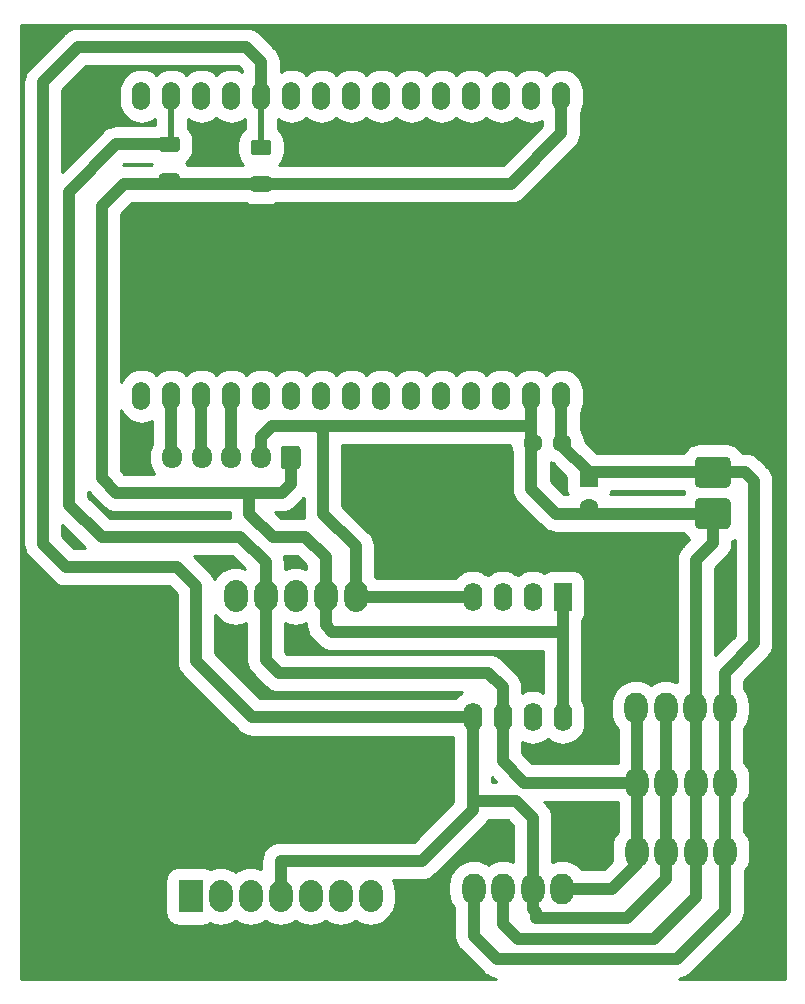
<source format=gbr>
%TF.GenerationSoftware,KiCad,Pcbnew,(5.1.9)-1*%
%TF.CreationDate,2021-02-27T18:17:11+05:30*%
%TF.ProjectId,ESP_PCB,4553505f-5043-4422-9e6b-696361645f70,rev?*%
%TF.SameCoordinates,Original*%
%TF.FileFunction,Copper,L2,Bot*%
%TF.FilePolarity,Positive*%
%FSLAX46Y46*%
G04 Gerber Fmt 4.6, Leading zero omitted, Abs format (unit mm)*
G04 Created by KiCad (PCBNEW (5.1.9)-1) date 2021-02-27 18:17:11*
%MOMM*%
%LPD*%
G01*
G04 APERTURE LIST*
%TA.AperFunction,ComponentPad*%
%ADD10R,2.000000X2.700000*%
%TD*%
%TA.AperFunction,ComponentPad*%
%ADD11O,2.000000X2.700000*%
%TD*%
%TA.AperFunction,ComponentPad*%
%ADD12O,1.700000X1.950000*%
%TD*%
%TA.AperFunction,ComponentPad*%
%ADD13O,2.000000X2.600000*%
%TD*%
%TA.AperFunction,ComponentPad*%
%ADD14C,1.600000*%
%TD*%
%TA.AperFunction,ComponentPad*%
%ADD15O,1.600000X2.400000*%
%TD*%
%TA.AperFunction,ComponentPad*%
%ADD16R,1.600000X2.400000*%
%TD*%
%TA.AperFunction,ComponentPad*%
%ADD17R,1.600000X1.600000*%
%TD*%
%TA.AperFunction,ComponentPad*%
%ADD18O,1.524000X2.400000*%
%TD*%
%TA.AperFunction,Conductor*%
%ADD19C,1.000000*%
%TD*%
%TA.AperFunction,Conductor*%
%ADD20C,0.500000*%
%TD*%
%TA.AperFunction,NonConductor*%
%ADD21C,0.254000*%
%TD*%
%TA.AperFunction,NonConductor*%
%ADD22C,0.100000*%
%TD*%
G04 APERTURE END LIST*
%TO.P,R1,1*%
%TO.N,N/C*%
%TA.AperFunction,SMDPad,CuDef*%
G36*
G01*
X146125000Y-63250000D02*
X144875000Y-63250000D01*
G75*
G02*
X144625000Y-63000000I0J250000D01*
G01*
X144625000Y-62200000D01*
G75*
G02*
X144875000Y-61950000I250000J0D01*
G01*
X146125000Y-61950000D01*
G75*
G02*
X146375000Y-62200000I0J-250000D01*
G01*
X146375000Y-63000000D01*
G75*
G02*
X146125000Y-63250000I-250000J0D01*
G01*
G37*
%TD.AperFunction*%
%TO.P,R1,2*%
%TA.AperFunction,SMDPad,CuDef*%
G36*
G01*
X146125000Y-60150000D02*
X144875000Y-60150000D01*
G75*
G02*
X144625000Y-59900000I0J250000D01*
G01*
X144625000Y-59100000D01*
G75*
G02*
X144875000Y-58850000I250000J0D01*
G01*
X146125000Y-58850000D01*
G75*
G02*
X146375000Y-59100000I0J-250000D01*
G01*
X146375000Y-59900000D01*
G75*
G02*
X146125000Y-60150000I-250000J0D01*
G01*
G37*
%TD.AperFunction*%
%TD*%
%TO.P,R2,1*%
%TO.N,N/C*%
%TA.AperFunction,SMDPad,CuDef*%
G36*
G01*
X138375000Y-63000000D02*
X137125000Y-63000000D01*
G75*
G02*
X136875000Y-62750000I0J250000D01*
G01*
X136875000Y-61950000D01*
G75*
G02*
X137125000Y-61700000I250000J0D01*
G01*
X138375000Y-61700000D01*
G75*
G02*
X138625000Y-61950000I0J-250000D01*
G01*
X138625000Y-62750000D01*
G75*
G02*
X138375000Y-63000000I-250000J0D01*
G01*
G37*
%TD.AperFunction*%
%TO.P,R2,2*%
%TA.AperFunction,SMDPad,CuDef*%
G36*
G01*
X138375000Y-59900000D02*
X137125000Y-59900000D01*
G75*
G02*
X136875000Y-59650000I0J250000D01*
G01*
X136875000Y-58850000D01*
G75*
G02*
X137125000Y-58600000I250000J0D01*
G01*
X138375000Y-58600000D01*
G75*
G02*
X138625000Y-58850000I0J-250000D01*
G01*
X138625000Y-59650000D01*
G75*
G02*
X138375000Y-59900000I-250000J0D01*
G01*
G37*
%TD.AperFunction*%
%TD*%
D10*
%TO.P,U2,1*%
%TO.N,N/C*%
X139530000Y-122900000D03*
D11*
%TO.P,U2,12*%
X153500000Y-97500000D03*
%TO.P,U2,11*%
X150960000Y-97500000D03*
%TO.P,U2,10*%
X148420000Y-97500000D03*
%TO.P,U2,9*%
X145880000Y-97500000D03*
%TO.P,U2,8*%
X143340000Y-97500000D03*
%TO.P,U2,7*%
X154770000Y-122900000D03*
%TO.P,U2,6*%
X152230000Y-122900000D03*
%TO.P,U2,5*%
X149690000Y-122900000D03*
%TO.P,U2,4*%
X147150000Y-122900000D03*
%TO.P,U2,3*%
X144610000Y-122900000D03*
%TO.P,U2,2*%
X142070000Y-122900000D03*
%TD*%
%TO.P,J1,2*%
%TO.N,N/C*%
%TA.AperFunction,ComponentPad*%
G36*
G01*
X184925000Y-88300000D02*
X182575000Y-88300000D01*
G75*
G02*
X182250000Y-87975000I0J325000D01*
G01*
X182250000Y-86025000D01*
G75*
G02*
X182575000Y-85700000I325000J0D01*
G01*
X184925000Y-85700000D01*
G75*
G02*
X185250000Y-86025000I0J-325000D01*
G01*
X185250000Y-87975000D01*
G75*
G02*
X184925000Y-88300000I-325000J0D01*
G01*
G37*
%TD.AperFunction*%
%TO.P,J1,1*%
%TA.AperFunction,ComponentPad*%
G36*
G01*
X184925000Y-91800000D02*
X182575000Y-91800000D01*
G75*
G02*
X182250000Y-91475000I0J325000D01*
G01*
X182250000Y-89525000D01*
G75*
G02*
X182575000Y-89200000I325000J0D01*
G01*
X184925000Y-89200000D01*
G75*
G02*
X185250000Y-89525000I0J-325000D01*
G01*
X185250000Y-91475000D01*
G75*
G02*
X184925000Y-91800000I-325000J0D01*
G01*
G37*
%TD.AperFunction*%
%TD*%
D12*
%TO.P,J4,5*%
%TO.N,N/C*%
X138000000Y-85750000D03*
%TO.P,J4,4*%
X140500000Y-85750000D03*
%TO.P,J4,3*%
X143000000Y-85750000D03*
%TO.P,J4,2*%
X145500000Y-85750000D03*
%TO.P,J4,1*%
%TA.AperFunction,ComponentPad*%
G36*
G01*
X148850000Y-85025000D02*
X148850000Y-86475000D01*
G75*
G02*
X148600000Y-86725000I-250000J0D01*
G01*
X147400000Y-86725000D01*
G75*
G02*
X147150000Y-86475000I0J250000D01*
G01*
X147150000Y-85025000D01*
G75*
G02*
X147400000Y-84775000I250000J0D01*
G01*
X148600000Y-84775000D01*
G75*
G02*
X148850000Y-85025000I0J-250000D01*
G01*
G37*
%TD.AperFunction*%
%TD*%
D13*
%TO.P,J6,1*%
%TO.N,N/C*%
X184750000Y-107000000D03*
%TO.P,J6,2*%
X182250000Y-107000000D03*
%TO.P,J6,3*%
X179750000Y-107000000D03*
%TO.P,J6,4*%
X177250000Y-107000000D03*
%TD*%
D14*
%TO.P,C2,2*%
%TO.N,N/C*%
X168500000Y-84500000D03*
%TO.P,C2,1*%
X171000000Y-84500000D03*
%TD*%
D15*
%TO.P,U1,8*%
%TO.N,N/C*%
X171040000Y-107750000D03*
%TO.P,U1,4*%
X163420000Y-97590000D03*
%TO.P,U1,7*%
X168500000Y-107750000D03*
%TO.P,U1,3*%
X165960000Y-97590000D03*
%TO.P,U1,6*%
X165960000Y-107750000D03*
%TO.P,U1,2*%
X168500000Y-97590000D03*
%TO.P,U1,5*%
X163420000Y-107750000D03*
D16*
%TO.P,U1,1*%
X171040000Y-97590000D03*
%TD*%
D13*
%TO.P,J5,1*%
%TO.N,N/C*%
X184814999Y-113274999D03*
%TO.P,J5,2*%
X182314999Y-113274999D03*
%TO.P,J5,3*%
X179814999Y-113274999D03*
%TO.P,J5,4*%
X177314999Y-113274999D03*
%TD*%
D14*
%TO.P,C1,2*%
%TO.N,N/C*%
X173250000Y-90000000D03*
D17*
%TO.P,C1,1*%
X173250000Y-87500000D03*
%TD*%
D13*
%TO.P,J3,4*%
%TO.N,N/C*%
X171000000Y-122250000D03*
%TO.P,J3,3*%
X168500000Y-122250000D03*
%TO.P,J3,2*%
X166000000Y-122250000D03*
%TO.P,J3,1*%
X163500000Y-122250000D03*
%TD*%
%TO.P,J2,4*%
%TO.N,N/C*%
X177314999Y-119124999D03*
%TO.P,J2,3*%
X179814999Y-119124999D03*
%TO.P,J2,2*%
X182314999Y-119124999D03*
%TO.P,J2,1*%
X184814999Y-119124999D03*
%TD*%
D18*
%TO.P,U3,21*%
%TO.N,N/C*%
X158230000Y-80570000D03*
%TO.P,U3,29*%
X137910000Y-80570000D03*
%TO.P,U3,28*%
X140450000Y-80570000D03*
%TO.P,U3,24*%
X150610000Y-80570000D03*
%TO.P,U3,23*%
X153150000Y-80570000D03*
%TO.P,U3,17*%
X168390000Y-80570000D03*
%TO.P,U3,16*%
X170930000Y-80570000D03*
%TO.P,U3,22*%
X155690000Y-80570000D03*
%TO.P,U3,30*%
X135370000Y-80570000D03*
%TO.P,U3,25*%
X148070000Y-80570000D03*
%TO.P,U3,19*%
X163310000Y-80570000D03*
%TO.P,U3,20*%
X160770000Y-80570000D03*
%TO.P,U3,26*%
X145530000Y-80570000D03*
%TO.P,U3,18*%
X165850000Y-80570000D03*
%TO.P,U3,27*%
X142990000Y-80570000D03*
%TO.P,U3,1*%
X170930000Y-55170000D03*
%TO.P,U3,2*%
X168390000Y-55170000D03*
%TO.P,U3,3*%
X165850000Y-55170000D03*
%TO.P,U3,4*%
X163310000Y-55170000D03*
%TO.P,U3,5*%
X160770000Y-55170000D03*
%TO.P,U3,6*%
X158230000Y-55170000D03*
%TO.P,U3,7*%
X155690000Y-55170000D03*
%TO.P,U3,8*%
X153150000Y-55170000D03*
%TO.P,U3,9*%
X150610000Y-55170000D03*
%TO.P,U3,10*%
X148070000Y-55170000D03*
%TO.P,U3,11*%
X145530000Y-55170000D03*
%TO.P,U3,12*%
X142990000Y-55170000D03*
%TO.P,U3,13*%
X140450000Y-55170000D03*
%TO.P,U3,14*%
X137910000Y-55170000D03*
%TO.P,U3,15*%
X135370000Y-55170000D03*
%TD*%
D19*
%TO.N,*%
X186500000Y-87000000D02*
X187250000Y-87750000D01*
X187250000Y-87750000D02*
X187250000Y-101500000D01*
X170930000Y-84680000D02*
X170930000Y-80570000D01*
X173250000Y-87000000D02*
X170930000Y-84680000D01*
X183750000Y-87000000D02*
X173250000Y-87000000D01*
X183750000Y-87000000D02*
X186500000Y-87000000D01*
X184750000Y-104000000D02*
X184750000Y-107000000D01*
X187250000Y-101500000D02*
X184750000Y-104000000D01*
X184814999Y-124185001D02*
X184814999Y-119124999D01*
X165500000Y-128250000D02*
X180750000Y-128250000D01*
X184750000Y-119060000D02*
X184814999Y-119124999D01*
X184750000Y-107000000D02*
X184750000Y-119060000D01*
X180750000Y-128250000D02*
X184814999Y-124185001D01*
X163500000Y-122250000D02*
X163500000Y-126250000D01*
X163500000Y-126250000D02*
X165500000Y-128250000D01*
X145500000Y-85750000D02*
X145500000Y-84000000D01*
X166000000Y-125250000D02*
X167250000Y-126500000D01*
X167250000Y-126500000D02*
X178750000Y-126500000D01*
X182314999Y-122935001D02*
X182314999Y-119124999D01*
X178750000Y-126500000D02*
X182314999Y-122935001D01*
X153500000Y-93250000D02*
X150750000Y-90500000D01*
X170500000Y-90500000D02*
X178500000Y-90500000D01*
X168390000Y-83110000D02*
X168390000Y-88390000D01*
X178500000Y-90500000D02*
X183750000Y-90500000D01*
X145500000Y-84000000D02*
X146390000Y-83110000D01*
X168390000Y-80570000D02*
X168390000Y-83110000D01*
X150750000Y-83500000D02*
X150360000Y-83110000D01*
X168390000Y-88390000D02*
X170500000Y-90500000D01*
X150750000Y-90500000D02*
X150750000Y-83500000D01*
X153500000Y-97500000D02*
X153500000Y-93250000D01*
X150360000Y-83110000D02*
X168390000Y-83110000D01*
X153590000Y-97590000D02*
X153500000Y-97500000D01*
X182314999Y-119124999D02*
X182314999Y-94435001D01*
X183750000Y-93000000D02*
X183750000Y-90500000D01*
X182314999Y-94435001D02*
X183750000Y-93000000D01*
X146390000Y-83110000D02*
X150360000Y-83110000D01*
X163420000Y-97590000D02*
X153590000Y-97590000D01*
X166000000Y-122250000D02*
X166000000Y-125250000D01*
D20*
X145530000Y-59470000D02*
X145500000Y-59500000D01*
X145530000Y-55170000D02*
X145530000Y-59470000D01*
D19*
X147150000Y-122900000D02*
X147150000Y-119900000D01*
X127000000Y-54000000D02*
X130000000Y-51000000D01*
X130000000Y-51000000D02*
X144250000Y-51000000D01*
X145530000Y-52280000D02*
X145530000Y-55170000D01*
X168500000Y-124000000D02*
X168500000Y-122250000D01*
X138423500Y-95012000D02*
X128975000Y-95012000D01*
X140011000Y-103013000D02*
X140011000Y-96599500D01*
X179814999Y-121435001D02*
X176500000Y-124750000D01*
X168500000Y-122250000D02*
X168500000Y-116250000D01*
X144748000Y-107750000D02*
X140011000Y-103013000D01*
X163420000Y-107750000D02*
X163420000Y-114830000D01*
X179750000Y-119060000D02*
X179814999Y-119124999D01*
X140011000Y-96599500D02*
X138423500Y-95012000D01*
X158600000Y-119900000D02*
X147150000Y-119900000D01*
X163420000Y-114830000D02*
X163420000Y-115580000D01*
X163420000Y-115580000D02*
X159100000Y-119900000D01*
X168750000Y-124750000D02*
X168750000Y-124250000D01*
X159100000Y-119900000D02*
X158600000Y-119900000D01*
X168750000Y-124250000D02*
X168500000Y-124000000D01*
X127000000Y-93037000D02*
X127000000Y-54000000D01*
X176500000Y-124750000D02*
X168750000Y-124750000D01*
X179814999Y-119124999D02*
X179814999Y-121435001D01*
X128975000Y-95012000D02*
X127000000Y-93037000D01*
X144250000Y-51000000D02*
X145530000Y-52280000D01*
X179750000Y-107000000D02*
X179750000Y-119060000D01*
X168500000Y-116250000D02*
X167080000Y-114830000D01*
X163420000Y-107750000D02*
X144748000Y-107750000D01*
X167080000Y-114830000D02*
X163420000Y-114830000D01*
X147000000Y-104000000D02*
X145880000Y-102880000D01*
X132000000Y-92500000D02*
X143750000Y-92500000D01*
X133250000Y-59250000D02*
X129250000Y-63250000D01*
X145880000Y-94630000D02*
X145880000Y-97500000D01*
X129250000Y-89750000D02*
X132000000Y-92500000D01*
X143750000Y-92500000D02*
X145880000Y-94630000D01*
D20*
X137910000Y-59090000D02*
X137750000Y-59250000D01*
D19*
X165960000Y-105210000D02*
X164750000Y-104000000D01*
X145880000Y-102880000D02*
X145880000Y-97500000D01*
D20*
X137910000Y-55170000D02*
X137910000Y-59090000D01*
D19*
X177314999Y-107064999D02*
X177250000Y-107000000D01*
X164750000Y-104000000D02*
X147000000Y-104000000D01*
X177314999Y-119124999D02*
X177314999Y-107064999D01*
X177314999Y-113274999D02*
X167774999Y-113274999D01*
X165960000Y-111460000D02*
X165960000Y-107750000D01*
X177314999Y-119124999D02*
X177314999Y-120185001D01*
X175250000Y-122250000D02*
X171000000Y-122250000D01*
X165960000Y-107750000D02*
X165960000Y-105210000D01*
X167774999Y-113274999D02*
X165960000Y-111460000D01*
X137750000Y-59250000D02*
X133250000Y-59250000D01*
X177314999Y-120185001D02*
X175250000Y-122250000D01*
X133900000Y-62600000D02*
X145500000Y-62600000D01*
X170930000Y-55170000D02*
X170930000Y-58320000D01*
X150960000Y-97500000D02*
X150960000Y-94210000D01*
X150960000Y-94210000D02*
X149250000Y-92500000D01*
X149250000Y-92500000D02*
X146500000Y-92500000D01*
X144500000Y-90500000D02*
X144500000Y-88750000D01*
X146500000Y-92500000D02*
X144500000Y-90500000D01*
X144500000Y-88750000D02*
X133250000Y-88750000D01*
X147250000Y-88750000D02*
X144500000Y-88750000D01*
D20*
X145250000Y-62350000D02*
X145500000Y-62600000D01*
X137750000Y-62350000D02*
X145250000Y-62350000D01*
D19*
X148000000Y-85750000D02*
X148000000Y-88000000D01*
X132000000Y-64500000D02*
X133900000Y-62600000D01*
X133250000Y-88750000D02*
X132000000Y-87500000D01*
X148000000Y-88000000D02*
X147250000Y-88750000D01*
X166650000Y-62600000D02*
X170930000Y-58320000D01*
X145500000Y-62600000D02*
X166650000Y-62600000D01*
X132000000Y-87500000D02*
X132000000Y-64500000D01*
X171040000Y-97590000D02*
X171040000Y-100540000D01*
X150960000Y-99960000D02*
X150960000Y-97500000D01*
X171040000Y-100540000D02*
X171040000Y-107750000D01*
X171040000Y-100540000D02*
X151540000Y-100540000D01*
X151540000Y-100540000D02*
X150960000Y-99960000D01*
X142990000Y-80570000D02*
X142990000Y-85740000D01*
X142990000Y-85740000D02*
X143000000Y-85750000D01*
X140450000Y-85700000D02*
X140500000Y-85750000D01*
X140450000Y-80570000D02*
X140450000Y-85700000D01*
X137910000Y-85660000D02*
X138000000Y-85750000D01*
X137910000Y-80570000D02*
X137910000Y-85660000D01*
X129250000Y-63250000D02*
X129250000Y-89750000D01*
%TD*%
D21*
X189858500Y-129873500D02*
X180865461Y-129873500D01*
X181068948Y-129853458D01*
X181375638Y-129760425D01*
X181658286Y-129609346D01*
X181906029Y-129406029D01*
X181956979Y-129343946D01*
X185908951Y-125391975D01*
X185971028Y-125341030D01*
X186021974Y-125278952D01*
X186021977Y-125278949D01*
X186174345Y-125093287D01*
X186174346Y-125093286D01*
X186325424Y-124810639D01*
X186418457Y-124503949D01*
X186441999Y-124264926D01*
X186441999Y-124264925D01*
X186449871Y-124185001D01*
X186441999Y-124105076D01*
X186441999Y-120795303D01*
X186592092Y-120612414D01*
X186789598Y-120242905D01*
X186911223Y-119841964D01*
X186941999Y-119529486D01*
X186941999Y-118720513D01*
X186911223Y-118408035D01*
X186789598Y-118007094D01*
X186592092Y-117637584D01*
X186377000Y-117375494D01*
X186377000Y-115024504D01*
X186592092Y-114762414D01*
X186789598Y-114392905D01*
X186911223Y-113991964D01*
X186941999Y-113679486D01*
X186941999Y-112870513D01*
X186911223Y-112558035D01*
X186789598Y-112157094D01*
X186592092Y-111787584D01*
X186377000Y-111525494D01*
X186377000Y-108670304D01*
X186527093Y-108487415D01*
X186724599Y-108117906D01*
X186846224Y-107716965D01*
X186877000Y-107404487D01*
X186877000Y-106595514D01*
X186846224Y-106283036D01*
X186724599Y-105882095D01*
X186527093Y-105512585D01*
X186377000Y-105329696D01*
X186377000Y-104673925D01*
X188343951Y-102706975D01*
X188406029Y-102656029D01*
X188456975Y-102593951D01*
X188456978Y-102593948D01*
X188609346Y-102408286D01*
X188632414Y-102365129D01*
X188760425Y-102125638D01*
X188853458Y-101818948D01*
X188877000Y-101579925D01*
X188877000Y-101579917D01*
X188884871Y-101500000D01*
X188877000Y-101420083D01*
X188877000Y-87829914D01*
X188884871Y-87749999D01*
X188877000Y-87670085D01*
X188877000Y-87670075D01*
X188853458Y-87431052D01*
X188760425Y-87124362D01*
X188609346Y-86841714D01*
X188406029Y-86593971D01*
X188343947Y-86543022D01*
X187706977Y-85906052D01*
X187656029Y-85843971D01*
X187408286Y-85640654D01*
X187125638Y-85489575D01*
X186818948Y-85396542D01*
X186579925Y-85373000D01*
X186579914Y-85373000D01*
X186500000Y-85365129D01*
X186420086Y-85373000D01*
X186221130Y-85373000D01*
X186136828Y-85215282D01*
X185955575Y-84994425D01*
X185734718Y-84813172D01*
X185482743Y-84678489D01*
X185209335Y-84595552D01*
X184925000Y-84567547D01*
X182575000Y-84567547D01*
X182290665Y-84595552D01*
X182017257Y-84678489D01*
X181765282Y-84813172D01*
X181544425Y-84994425D01*
X181363172Y-85215282D01*
X181278870Y-85373000D01*
X173923925Y-85373000D01*
X172927000Y-84376075D01*
X172927000Y-84310207D01*
X172852947Y-83937915D01*
X172707685Y-83587223D01*
X172557000Y-83361706D01*
X172557000Y-81971338D01*
X172683653Y-81734387D01*
X172791668Y-81378309D01*
X172819000Y-81100801D01*
X172819000Y-80039200D01*
X172791668Y-79761691D01*
X172683653Y-79405613D01*
X172508246Y-79077450D01*
X172272188Y-78789812D01*
X171984550Y-78553754D01*
X171656387Y-78378347D01*
X171300309Y-78270332D01*
X170930000Y-78233860D01*
X170559692Y-78270332D01*
X170203614Y-78378347D01*
X169875451Y-78553754D01*
X169660001Y-78730569D01*
X169444550Y-78553754D01*
X169116387Y-78378347D01*
X168760309Y-78270332D01*
X168390000Y-78233860D01*
X168019692Y-78270332D01*
X167663614Y-78378347D01*
X167335451Y-78553754D01*
X167120001Y-78730569D01*
X166904550Y-78553754D01*
X166576387Y-78378347D01*
X166220309Y-78270332D01*
X165850000Y-78233860D01*
X165479692Y-78270332D01*
X165123614Y-78378347D01*
X164795451Y-78553754D01*
X164580001Y-78730569D01*
X164364550Y-78553754D01*
X164036387Y-78378347D01*
X163680309Y-78270332D01*
X163310000Y-78233860D01*
X162939692Y-78270332D01*
X162583614Y-78378347D01*
X162255451Y-78553754D01*
X162040001Y-78730569D01*
X161824550Y-78553754D01*
X161496387Y-78378347D01*
X161140309Y-78270332D01*
X160770000Y-78233860D01*
X160399692Y-78270332D01*
X160043614Y-78378347D01*
X159715451Y-78553754D01*
X159500001Y-78730569D01*
X159284550Y-78553754D01*
X158956387Y-78378347D01*
X158600309Y-78270332D01*
X158230000Y-78233860D01*
X157859692Y-78270332D01*
X157503614Y-78378347D01*
X157175451Y-78553754D01*
X156960001Y-78730569D01*
X156744550Y-78553754D01*
X156416387Y-78378347D01*
X156060309Y-78270332D01*
X155690000Y-78233860D01*
X155319692Y-78270332D01*
X154963614Y-78378347D01*
X154635451Y-78553754D01*
X154420001Y-78730569D01*
X154204550Y-78553754D01*
X153876387Y-78378347D01*
X153520309Y-78270332D01*
X153150000Y-78233860D01*
X152779692Y-78270332D01*
X152423614Y-78378347D01*
X152095451Y-78553754D01*
X151880001Y-78730569D01*
X151664550Y-78553754D01*
X151336387Y-78378347D01*
X150980309Y-78270332D01*
X150610000Y-78233860D01*
X150239692Y-78270332D01*
X149883614Y-78378347D01*
X149555451Y-78553754D01*
X149340001Y-78730569D01*
X149124550Y-78553754D01*
X148796387Y-78378347D01*
X148440309Y-78270332D01*
X148070000Y-78233860D01*
X147699692Y-78270332D01*
X147343614Y-78378347D01*
X147015451Y-78553754D01*
X146800001Y-78730569D01*
X146584550Y-78553754D01*
X146256387Y-78378347D01*
X145900309Y-78270332D01*
X145530000Y-78233860D01*
X145159692Y-78270332D01*
X144803614Y-78378347D01*
X144475451Y-78553754D01*
X144260001Y-78730569D01*
X144044550Y-78553754D01*
X143716387Y-78378347D01*
X143360309Y-78270332D01*
X142990000Y-78233860D01*
X142619692Y-78270332D01*
X142263614Y-78378347D01*
X141935451Y-78553754D01*
X141720001Y-78730569D01*
X141504550Y-78553754D01*
X141176387Y-78378347D01*
X140820309Y-78270332D01*
X140450000Y-78233860D01*
X140079692Y-78270332D01*
X139723614Y-78378347D01*
X139395451Y-78553754D01*
X139180001Y-78730569D01*
X138964550Y-78553754D01*
X138636387Y-78378347D01*
X138280309Y-78270332D01*
X137910000Y-78233860D01*
X137539692Y-78270332D01*
X137183614Y-78378347D01*
X136855451Y-78553754D01*
X136640001Y-78730569D01*
X136424550Y-78553754D01*
X136096387Y-78378347D01*
X135740309Y-78270332D01*
X135370000Y-78233860D01*
X134999692Y-78270332D01*
X134643614Y-78378347D01*
X134315451Y-78553754D01*
X134027813Y-78789812D01*
X133791755Y-79077450D01*
X133627000Y-79385683D01*
X133627000Y-65173925D01*
X134573926Y-64227000D01*
X144252003Y-64227000D01*
X144345958Y-64277220D01*
X144605297Y-64355890D01*
X144875000Y-64382453D01*
X146125000Y-64382453D01*
X146394703Y-64355890D01*
X146654042Y-64277220D01*
X146747997Y-64227000D01*
X166570086Y-64227000D01*
X166650000Y-64234871D01*
X166729914Y-64227000D01*
X166729925Y-64227000D01*
X166968948Y-64203458D01*
X167275638Y-64110425D01*
X167558286Y-63959346D01*
X167806029Y-63756029D01*
X167856979Y-63693946D01*
X172023951Y-59526975D01*
X172086029Y-59476029D01*
X172136975Y-59413951D01*
X172136978Y-59413948D01*
X172289346Y-59228286D01*
X172327107Y-59157640D01*
X172440425Y-58945638D01*
X172533458Y-58638948D01*
X172557000Y-58399925D01*
X172557000Y-58399915D01*
X172564871Y-58320001D01*
X172557000Y-58240086D01*
X172557000Y-56571338D01*
X172683653Y-56334387D01*
X172791668Y-55978309D01*
X172819000Y-55700801D01*
X172819000Y-54639200D01*
X172791668Y-54361691D01*
X172683653Y-54005613D01*
X172508246Y-53677450D01*
X172272188Y-53389812D01*
X171984550Y-53153754D01*
X171656387Y-52978347D01*
X171300309Y-52870332D01*
X170930000Y-52833860D01*
X170559692Y-52870332D01*
X170203614Y-52978347D01*
X169875451Y-53153754D01*
X169660001Y-53330569D01*
X169444550Y-53153754D01*
X169116387Y-52978347D01*
X168760309Y-52870332D01*
X168390000Y-52833860D01*
X168019692Y-52870332D01*
X167663614Y-52978347D01*
X167335451Y-53153754D01*
X167120001Y-53330569D01*
X166904550Y-53153754D01*
X166576387Y-52978347D01*
X166220309Y-52870332D01*
X165850000Y-52833860D01*
X165479692Y-52870332D01*
X165123614Y-52978347D01*
X164795451Y-53153754D01*
X164580001Y-53330569D01*
X164364550Y-53153754D01*
X164036387Y-52978347D01*
X163680309Y-52870332D01*
X163310000Y-52833860D01*
X162939692Y-52870332D01*
X162583614Y-52978347D01*
X162255451Y-53153754D01*
X162040001Y-53330569D01*
X161824550Y-53153754D01*
X161496387Y-52978347D01*
X161140309Y-52870332D01*
X160770000Y-52833860D01*
X160399692Y-52870332D01*
X160043614Y-52978347D01*
X159715451Y-53153754D01*
X159500001Y-53330569D01*
X159284550Y-53153754D01*
X158956387Y-52978347D01*
X158600309Y-52870332D01*
X158230000Y-52833860D01*
X157859692Y-52870332D01*
X157503614Y-52978347D01*
X157175451Y-53153754D01*
X156960001Y-53330569D01*
X156744550Y-53153754D01*
X156416387Y-52978347D01*
X156060309Y-52870332D01*
X155690000Y-52833860D01*
X155319692Y-52870332D01*
X154963614Y-52978347D01*
X154635451Y-53153754D01*
X154420001Y-53330569D01*
X154204550Y-53153754D01*
X153876387Y-52978347D01*
X153520309Y-52870332D01*
X153150000Y-52833860D01*
X152779692Y-52870332D01*
X152423614Y-52978347D01*
X152095451Y-53153754D01*
X151880001Y-53330569D01*
X151664550Y-53153754D01*
X151336387Y-52978347D01*
X150980309Y-52870332D01*
X150610000Y-52833860D01*
X150239692Y-52870332D01*
X149883614Y-52978347D01*
X149555451Y-53153754D01*
X149340001Y-53330569D01*
X149124550Y-53153754D01*
X148796387Y-52978347D01*
X148440309Y-52870332D01*
X148070000Y-52833860D01*
X147699692Y-52870332D01*
X147343614Y-52978347D01*
X147157000Y-53078094D01*
X147157000Y-52359914D01*
X147164871Y-52279999D01*
X147157000Y-52200085D01*
X147157000Y-52200075D01*
X147133458Y-51961052D01*
X147040425Y-51654362D01*
X146889346Y-51371714D01*
X146686029Y-51123971D01*
X146623947Y-51073022D01*
X145456980Y-49906055D01*
X145406029Y-49843971D01*
X145158286Y-49640654D01*
X144875638Y-49489575D01*
X144568948Y-49396542D01*
X144329925Y-49373000D01*
X144329914Y-49373000D01*
X144250000Y-49365129D01*
X144170086Y-49373000D01*
X130079925Y-49373000D01*
X130000000Y-49365128D01*
X129920075Y-49373000D01*
X129681052Y-49396542D01*
X129374362Y-49489575D01*
X129091714Y-49640654D01*
X128906052Y-49793022D01*
X128906049Y-49793025D01*
X128843971Y-49843971D01*
X128793025Y-49906049D01*
X125906050Y-52793025D01*
X125843972Y-52843971D01*
X125793026Y-52906049D01*
X125793022Y-52906053D01*
X125640654Y-53091715D01*
X125489576Y-53374362D01*
X125396543Y-53681052D01*
X125376608Y-53883457D01*
X125365129Y-54000000D01*
X125373001Y-54079925D01*
X125373000Y-92957086D01*
X125365129Y-93037000D01*
X125373000Y-93116914D01*
X125373000Y-93116924D01*
X125396542Y-93355947D01*
X125489575Y-93662637D01*
X125640654Y-93945285D01*
X125843971Y-94193029D01*
X125906054Y-94243979D01*
X127768025Y-96105951D01*
X127818971Y-96168029D01*
X127881049Y-96218975D01*
X127881052Y-96218978D01*
X128018885Y-96332094D01*
X128066714Y-96371346D01*
X128349362Y-96522425D01*
X128603442Y-96599499D01*
X128656052Y-96615458D01*
X128975000Y-96646872D01*
X129054925Y-96639000D01*
X137749575Y-96639000D01*
X138384001Y-97273427D01*
X138384000Y-102933085D01*
X138376129Y-103013000D01*
X138384000Y-103092914D01*
X138384000Y-103092924D01*
X138407542Y-103331947D01*
X138500575Y-103638637D01*
X138651654Y-103921285D01*
X138854971Y-104169029D01*
X138917055Y-104219980D01*
X143541020Y-108843945D01*
X143591971Y-108906029D01*
X143839714Y-109109346D01*
X144122362Y-109260425D01*
X144429052Y-109353458D01*
X144748000Y-109384872D01*
X144827925Y-109377000D01*
X161793000Y-109377000D01*
X161793001Y-114750065D01*
X161785128Y-114830000D01*
X161792655Y-114906420D01*
X158426075Y-118273000D01*
X147229925Y-118273000D01*
X147150000Y-118265128D01*
X147070075Y-118273000D01*
X146831052Y-118296542D01*
X146524362Y-118389575D01*
X146241714Y-118540654D01*
X145993971Y-118743971D01*
X145790654Y-118991714D01*
X145639575Y-119274362D01*
X145546542Y-119581052D01*
X145515128Y-119900000D01*
X145523001Y-119979934D01*
X145523001Y-120626230D01*
X145427905Y-120575401D01*
X145026964Y-120453776D01*
X144610000Y-120412709D01*
X144193035Y-120453776D01*
X143792094Y-120575401D01*
X143422585Y-120772907D01*
X143340000Y-120840683D01*
X143257415Y-120772907D01*
X142887905Y-120575401D01*
X142486964Y-120453776D01*
X142070000Y-120412709D01*
X141653035Y-120453776D01*
X141252094Y-120575401D01*
X141171463Y-120618499D01*
X141159157Y-120608400D01*
X140963371Y-120503750D01*
X140750931Y-120439307D01*
X140530000Y-120417547D01*
X138530000Y-120417547D01*
X138309069Y-120439307D01*
X138096629Y-120503750D01*
X137900843Y-120608400D01*
X137729235Y-120749235D01*
X137588400Y-120920843D01*
X137483750Y-121116629D01*
X137419307Y-121329069D01*
X137397547Y-121550000D01*
X137397547Y-124250000D01*
X137419307Y-124470931D01*
X137483750Y-124683371D01*
X137588400Y-124879157D01*
X137729235Y-125050765D01*
X137900843Y-125191600D01*
X138096629Y-125296250D01*
X138309069Y-125360693D01*
X138530000Y-125382453D01*
X140530000Y-125382453D01*
X140750931Y-125360693D01*
X140963371Y-125296250D01*
X141159157Y-125191600D01*
X141171463Y-125181501D01*
X141252095Y-125224599D01*
X141653036Y-125346224D01*
X142070000Y-125387291D01*
X142486965Y-125346224D01*
X142887906Y-125224599D01*
X143257415Y-125027093D01*
X143340001Y-124959317D01*
X143422586Y-125027093D01*
X143792095Y-125224599D01*
X144193036Y-125346224D01*
X144610000Y-125387291D01*
X145026965Y-125346224D01*
X145427906Y-125224599D01*
X145797415Y-125027093D01*
X145880001Y-124959317D01*
X145962586Y-125027093D01*
X146332095Y-125224599D01*
X146733036Y-125346224D01*
X147150000Y-125387291D01*
X147566965Y-125346224D01*
X147967906Y-125224599D01*
X148337415Y-125027093D01*
X148420001Y-124959317D01*
X148502586Y-125027093D01*
X148872095Y-125224599D01*
X149273036Y-125346224D01*
X149690000Y-125387291D01*
X150106965Y-125346224D01*
X150507906Y-125224599D01*
X150877415Y-125027093D01*
X150960001Y-124959317D01*
X151042586Y-125027093D01*
X151412095Y-125224599D01*
X151813036Y-125346224D01*
X152230000Y-125387291D01*
X152646965Y-125346224D01*
X153047906Y-125224599D01*
X153417415Y-125027093D01*
X153500001Y-124959317D01*
X153582586Y-125027093D01*
X153952095Y-125224599D01*
X154353036Y-125346224D01*
X154770000Y-125387291D01*
X155186965Y-125346224D01*
X155587906Y-125224599D01*
X155957415Y-125027093D01*
X156281293Y-124761293D01*
X156547093Y-124437415D01*
X156744599Y-124067905D01*
X156866224Y-123666964D01*
X156897000Y-123354486D01*
X156897000Y-122445513D01*
X156866224Y-122133035D01*
X156744599Y-121732094D01*
X156634974Y-121527000D01*
X159020086Y-121527000D01*
X159100000Y-121534871D01*
X159179914Y-121527000D01*
X159179925Y-121527000D01*
X159418948Y-121503458D01*
X159725638Y-121410425D01*
X160008286Y-121259346D01*
X160256029Y-121056029D01*
X160306980Y-120993945D01*
X164513945Y-116786980D01*
X164576029Y-116736029D01*
X164779346Y-116488286D01*
X164796069Y-116457000D01*
X166406075Y-116457000D01*
X166873001Y-116923927D01*
X166873000Y-120004850D01*
X166817905Y-119975401D01*
X166416964Y-119853776D01*
X166000000Y-119812709D01*
X165583035Y-119853776D01*
X165182094Y-119975401D01*
X164812585Y-120172907D01*
X164750000Y-120224269D01*
X164687415Y-120172907D01*
X164317905Y-119975401D01*
X163916964Y-119853776D01*
X163500000Y-119812709D01*
X163083035Y-119853776D01*
X162682094Y-119975401D01*
X162312585Y-120172907D01*
X161988707Y-120438707D01*
X161722907Y-120762585D01*
X161525401Y-121132095D01*
X161403776Y-121533036D01*
X161373000Y-121845514D01*
X161373000Y-122654487D01*
X161403776Y-122966965D01*
X161525401Y-123367906D01*
X161722907Y-123737415D01*
X161873000Y-123920304D01*
X161873001Y-126170076D01*
X161865129Y-126250000D01*
X161873001Y-126329925D01*
X161896543Y-126568948D01*
X161920081Y-126646542D01*
X161989576Y-126875638D01*
X162140654Y-127158285D01*
X162293022Y-127343947D01*
X162293026Y-127343951D01*
X162343972Y-127406029D01*
X162406050Y-127456975D01*
X164293025Y-129343951D01*
X164343971Y-129406029D01*
X164406049Y-129456975D01*
X164406052Y-129456978D01*
X164591714Y-129609346D01*
X164874362Y-129760425D01*
X165181052Y-129853458D01*
X165384539Y-129873500D01*
X125152000Y-129873500D01*
X125152000Y-49165000D01*
X189858500Y-49165000D01*
X189858500Y-129873500D01*
%TA.AperFunction,NonConductor*%
D22*
G36*
X189858500Y-129873500D02*
G01*
X180865461Y-129873500D01*
X181068948Y-129853458D01*
X181375638Y-129760425D01*
X181658286Y-129609346D01*
X181906029Y-129406029D01*
X181956979Y-129343946D01*
X185908951Y-125391975D01*
X185971028Y-125341030D01*
X186021974Y-125278952D01*
X186021977Y-125278949D01*
X186174345Y-125093287D01*
X186174346Y-125093286D01*
X186325424Y-124810639D01*
X186418457Y-124503949D01*
X186441999Y-124264926D01*
X186441999Y-124264925D01*
X186449871Y-124185001D01*
X186441999Y-124105076D01*
X186441999Y-120795303D01*
X186592092Y-120612414D01*
X186789598Y-120242905D01*
X186911223Y-119841964D01*
X186941999Y-119529486D01*
X186941999Y-118720513D01*
X186911223Y-118408035D01*
X186789598Y-118007094D01*
X186592092Y-117637584D01*
X186377000Y-117375494D01*
X186377000Y-115024504D01*
X186592092Y-114762414D01*
X186789598Y-114392905D01*
X186911223Y-113991964D01*
X186941999Y-113679486D01*
X186941999Y-112870513D01*
X186911223Y-112558035D01*
X186789598Y-112157094D01*
X186592092Y-111787584D01*
X186377000Y-111525494D01*
X186377000Y-108670304D01*
X186527093Y-108487415D01*
X186724599Y-108117906D01*
X186846224Y-107716965D01*
X186877000Y-107404487D01*
X186877000Y-106595514D01*
X186846224Y-106283036D01*
X186724599Y-105882095D01*
X186527093Y-105512585D01*
X186377000Y-105329696D01*
X186377000Y-104673925D01*
X188343951Y-102706975D01*
X188406029Y-102656029D01*
X188456975Y-102593951D01*
X188456978Y-102593948D01*
X188609346Y-102408286D01*
X188632414Y-102365129D01*
X188760425Y-102125638D01*
X188853458Y-101818948D01*
X188877000Y-101579925D01*
X188877000Y-101579917D01*
X188884871Y-101500000D01*
X188877000Y-101420083D01*
X188877000Y-87829914D01*
X188884871Y-87749999D01*
X188877000Y-87670085D01*
X188877000Y-87670075D01*
X188853458Y-87431052D01*
X188760425Y-87124362D01*
X188609346Y-86841714D01*
X188406029Y-86593971D01*
X188343947Y-86543022D01*
X187706977Y-85906052D01*
X187656029Y-85843971D01*
X187408286Y-85640654D01*
X187125638Y-85489575D01*
X186818948Y-85396542D01*
X186579925Y-85373000D01*
X186579914Y-85373000D01*
X186500000Y-85365129D01*
X186420086Y-85373000D01*
X186221130Y-85373000D01*
X186136828Y-85215282D01*
X185955575Y-84994425D01*
X185734718Y-84813172D01*
X185482743Y-84678489D01*
X185209335Y-84595552D01*
X184925000Y-84567547D01*
X182575000Y-84567547D01*
X182290665Y-84595552D01*
X182017257Y-84678489D01*
X181765282Y-84813172D01*
X181544425Y-84994425D01*
X181363172Y-85215282D01*
X181278870Y-85373000D01*
X173923925Y-85373000D01*
X172927000Y-84376075D01*
X172927000Y-84310207D01*
X172852947Y-83937915D01*
X172707685Y-83587223D01*
X172557000Y-83361706D01*
X172557000Y-81971338D01*
X172683653Y-81734387D01*
X172791668Y-81378309D01*
X172819000Y-81100801D01*
X172819000Y-80039200D01*
X172791668Y-79761691D01*
X172683653Y-79405613D01*
X172508246Y-79077450D01*
X172272188Y-78789812D01*
X171984550Y-78553754D01*
X171656387Y-78378347D01*
X171300309Y-78270332D01*
X170930000Y-78233860D01*
X170559692Y-78270332D01*
X170203614Y-78378347D01*
X169875451Y-78553754D01*
X169660001Y-78730569D01*
X169444550Y-78553754D01*
X169116387Y-78378347D01*
X168760309Y-78270332D01*
X168390000Y-78233860D01*
X168019692Y-78270332D01*
X167663614Y-78378347D01*
X167335451Y-78553754D01*
X167120001Y-78730569D01*
X166904550Y-78553754D01*
X166576387Y-78378347D01*
X166220309Y-78270332D01*
X165850000Y-78233860D01*
X165479692Y-78270332D01*
X165123614Y-78378347D01*
X164795451Y-78553754D01*
X164580001Y-78730569D01*
X164364550Y-78553754D01*
X164036387Y-78378347D01*
X163680309Y-78270332D01*
X163310000Y-78233860D01*
X162939692Y-78270332D01*
X162583614Y-78378347D01*
X162255451Y-78553754D01*
X162040001Y-78730569D01*
X161824550Y-78553754D01*
X161496387Y-78378347D01*
X161140309Y-78270332D01*
X160770000Y-78233860D01*
X160399692Y-78270332D01*
X160043614Y-78378347D01*
X159715451Y-78553754D01*
X159500001Y-78730569D01*
X159284550Y-78553754D01*
X158956387Y-78378347D01*
X158600309Y-78270332D01*
X158230000Y-78233860D01*
X157859692Y-78270332D01*
X157503614Y-78378347D01*
X157175451Y-78553754D01*
X156960001Y-78730569D01*
X156744550Y-78553754D01*
X156416387Y-78378347D01*
X156060309Y-78270332D01*
X155690000Y-78233860D01*
X155319692Y-78270332D01*
X154963614Y-78378347D01*
X154635451Y-78553754D01*
X154420001Y-78730569D01*
X154204550Y-78553754D01*
X153876387Y-78378347D01*
X153520309Y-78270332D01*
X153150000Y-78233860D01*
X152779692Y-78270332D01*
X152423614Y-78378347D01*
X152095451Y-78553754D01*
X151880001Y-78730569D01*
X151664550Y-78553754D01*
X151336387Y-78378347D01*
X150980309Y-78270332D01*
X150610000Y-78233860D01*
X150239692Y-78270332D01*
X149883614Y-78378347D01*
X149555451Y-78553754D01*
X149340001Y-78730569D01*
X149124550Y-78553754D01*
X148796387Y-78378347D01*
X148440309Y-78270332D01*
X148070000Y-78233860D01*
X147699692Y-78270332D01*
X147343614Y-78378347D01*
X147015451Y-78553754D01*
X146800001Y-78730569D01*
X146584550Y-78553754D01*
X146256387Y-78378347D01*
X145900309Y-78270332D01*
X145530000Y-78233860D01*
X145159692Y-78270332D01*
X144803614Y-78378347D01*
X144475451Y-78553754D01*
X144260001Y-78730569D01*
X144044550Y-78553754D01*
X143716387Y-78378347D01*
X143360309Y-78270332D01*
X142990000Y-78233860D01*
X142619692Y-78270332D01*
X142263614Y-78378347D01*
X141935451Y-78553754D01*
X141720001Y-78730569D01*
X141504550Y-78553754D01*
X141176387Y-78378347D01*
X140820309Y-78270332D01*
X140450000Y-78233860D01*
X140079692Y-78270332D01*
X139723614Y-78378347D01*
X139395451Y-78553754D01*
X139180001Y-78730569D01*
X138964550Y-78553754D01*
X138636387Y-78378347D01*
X138280309Y-78270332D01*
X137910000Y-78233860D01*
X137539692Y-78270332D01*
X137183614Y-78378347D01*
X136855451Y-78553754D01*
X136640001Y-78730569D01*
X136424550Y-78553754D01*
X136096387Y-78378347D01*
X135740309Y-78270332D01*
X135370000Y-78233860D01*
X134999692Y-78270332D01*
X134643614Y-78378347D01*
X134315451Y-78553754D01*
X134027813Y-78789812D01*
X133791755Y-79077450D01*
X133627000Y-79385683D01*
X133627000Y-65173925D01*
X134573926Y-64227000D01*
X144252003Y-64227000D01*
X144345958Y-64277220D01*
X144605297Y-64355890D01*
X144875000Y-64382453D01*
X146125000Y-64382453D01*
X146394703Y-64355890D01*
X146654042Y-64277220D01*
X146747997Y-64227000D01*
X166570086Y-64227000D01*
X166650000Y-64234871D01*
X166729914Y-64227000D01*
X166729925Y-64227000D01*
X166968948Y-64203458D01*
X167275638Y-64110425D01*
X167558286Y-63959346D01*
X167806029Y-63756029D01*
X167856979Y-63693946D01*
X172023951Y-59526975D01*
X172086029Y-59476029D01*
X172136975Y-59413951D01*
X172136978Y-59413948D01*
X172289346Y-59228286D01*
X172327107Y-59157640D01*
X172440425Y-58945638D01*
X172533458Y-58638948D01*
X172557000Y-58399925D01*
X172557000Y-58399915D01*
X172564871Y-58320001D01*
X172557000Y-58240086D01*
X172557000Y-56571338D01*
X172683653Y-56334387D01*
X172791668Y-55978309D01*
X172819000Y-55700801D01*
X172819000Y-54639200D01*
X172791668Y-54361691D01*
X172683653Y-54005613D01*
X172508246Y-53677450D01*
X172272188Y-53389812D01*
X171984550Y-53153754D01*
X171656387Y-52978347D01*
X171300309Y-52870332D01*
X170930000Y-52833860D01*
X170559692Y-52870332D01*
X170203614Y-52978347D01*
X169875451Y-53153754D01*
X169660001Y-53330569D01*
X169444550Y-53153754D01*
X169116387Y-52978347D01*
X168760309Y-52870332D01*
X168390000Y-52833860D01*
X168019692Y-52870332D01*
X167663614Y-52978347D01*
X167335451Y-53153754D01*
X167120001Y-53330569D01*
X166904550Y-53153754D01*
X166576387Y-52978347D01*
X166220309Y-52870332D01*
X165850000Y-52833860D01*
X165479692Y-52870332D01*
X165123614Y-52978347D01*
X164795451Y-53153754D01*
X164580001Y-53330569D01*
X164364550Y-53153754D01*
X164036387Y-52978347D01*
X163680309Y-52870332D01*
X163310000Y-52833860D01*
X162939692Y-52870332D01*
X162583614Y-52978347D01*
X162255451Y-53153754D01*
X162040001Y-53330569D01*
X161824550Y-53153754D01*
X161496387Y-52978347D01*
X161140309Y-52870332D01*
X160770000Y-52833860D01*
X160399692Y-52870332D01*
X160043614Y-52978347D01*
X159715451Y-53153754D01*
X159500001Y-53330569D01*
X159284550Y-53153754D01*
X158956387Y-52978347D01*
X158600309Y-52870332D01*
X158230000Y-52833860D01*
X157859692Y-52870332D01*
X157503614Y-52978347D01*
X157175451Y-53153754D01*
X156960001Y-53330569D01*
X156744550Y-53153754D01*
X156416387Y-52978347D01*
X156060309Y-52870332D01*
X155690000Y-52833860D01*
X155319692Y-52870332D01*
X154963614Y-52978347D01*
X154635451Y-53153754D01*
X154420001Y-53330569D01*
X154204550Y-53153754D01*
X153876387Y-52978347D01*
X153520309Y-52870332D01*
X153150000Y-52833860D01*
X152779692Y-52870332D01*
X152423614Y-52978347D01*
X152095451Y-53153754D01*
X151880001Y-53330569D01*
X151664550Y-53153754D01*
X151336387Y-52978347D01*
X150980309Y-52870332D01*
X150610000Y-52833860D01*
X150239692Y-52870332D01*
X149883614Y-52978347D01*
X149555451Y-53153754D01*
X149340001Y-53330569D01*
X149124550Y-53153754D01*
X148796387Y-52978347D01*
X148440309Y-52870332D01*
X148070000Y-52833860D01*
X147699692Y-52870332D01*
X147343614Y-52978347D01*
X147157000Y-53078094D01*
X147157000Y-52359914D01*
X147164871Y-52279999D01*
X147157000Y-52200085D01*
X147157000Y-52200075D01*
X147133458Y-51961052D01*
X147040425Y-51654362D01*
X146889346Y-51371714D01*
X146686029Y-51123971D01*
X146623947Y-51073022D01*
X145456980Y-49906055D01*
X145406029Y-49843971D01*
X145158286Y-49640654D01*
X144875638Y-49489575D01*
X144568948Y-49396542D01*
X144329925Y-49373000D01*
X144329914Y-49373000D01*
X144250000Y-49365129D01*
X144170086Y-49373000D01*
X130079925Y-49373000D01*
X130000000Y-49365128D01*
X129920075Y-49373000D01*
X129681052Y-49396542D01*
X129374362Y-49489575D01*
X129091714Y-49640654D01*
X128906052Y-49793022D01*
X128906049Y-49793025D01*
X128843971Y-49843971D01*
X128793025Y-49906049D01*
X125906050Y-52793025D01*
X125843972Y-52843971D01*
X125793026Y-52906049D01*
X125793022Y-52906053D01*
X125640654Y-53091715D01*
X125489576Y-53374362D01*
X125396543Y-53681052D01*
X125376608Y-53883457D01*
X125365129Y-54000000D01*
X125373001Y-54079925D01*
X125373000Y-92957086D01*
X125365129Y-93037000D01*
X125373000Y-93116914D01*
X125373000Y-93116924D01*
X125396542Y-93355947D01*
X125489575Y-93662637D01*
X125640654Y-93945285D01*
X125843971Y-94193029D01*
X125906054Y-94243979D01*
X127768025Y-96105951D01*
X127818971Y-96168029D01*
X127881049Y-96218975D01*
X127881052Y-96218978D01*
X128018885Y-96332094D01*
X128066714Y-96371346D01*
X128349362Y-96522425D01*
X128603442Y-96599499D01*
X128656052Y-96615458D01*
X128975000Y-96646872D01*
X129054925Y-96639000D01*
X137749575Y-96639000D01*
X138384001Y-97273427D01*
X138384000Y-102933085D01*
X138376129Y-103013000D01*
X138384000Y-103092914D01*
X138384000Y-103092924D01*
X138407542Y-103331947D01*
X138500575Y-103638637D01*
X138651654Y-103921285D01*
X138854971Y-104169029D01*
X138917055Y-104219980D01*
X143541020Y-108843945D01*
X143591971Y-108906029D01*
X143839714Y-109109346D01*
X144122362Y-109260425D01*
X144429052Y-109353458D01*
X144748000Y-109384872D01*
X144827925Y-109377000D01*
X161793000Y-109377000D01*
X161793001Y-114750065D01*
X161785128Y-114830000D01*
X161792655Y-114906420D01*
X158426075Y-118273000D01*
X147229925Y-118273000D01*
X147150000Y-118265128D01*
X147070075Y-118273000D01*
X146831052Y-118296542D01*
X146524362Y-118389575D01*
X146241714Y-118540654D01*
X145993971Y-118743971D01*
X145790654Y-118991714D01*
X145639575Y-119274362D01*
X145546542Y-119581052D01*
X145515128Y-119900000D01*
X145523001Y-119979934D01*
X145523001Y-120626230D01*
X145427905Y-120575401D01*
X145026964Y-120453776D01*
X144610000Y-120412709D01*
X144193035Y-120453776D01*
X143792094Y-120575401D01*
X143422585Y-120772907D01*
X143340000Y-120840683D01*
X143257415Y-120772907D01*
X142887905Y-120575401D01*
X142486964Y-120453776D01*
X142070000Y-120412709D01*
X141653035Y-120453776D01*
X141252094Y-120575401D01*
X141171463Y-120618499D01*
X141159157Y-120608400D01*
X140963371Y-120503750D01*
X140750931Y-120439307D01*
X140530000Y-120417547D01*
X138530000Y-120417547D01*
X138309069Y-120439307D01*
X138096629Y-120503750D01*
X137900843Y-120608400D01*
X137729235Y-120749235D01*
X137588400Y-120920843D01*
X137483750Y-121116629D01*
X137419307Y-121329069D01*
X137397547Y-121550000D01*
X137397547Y-124250000D01*
X137419307Y-124470931D01*
X137483750Y-124683371D01*
X137588400Y-124879157D01*
X137729235Y-125050765D01*
X137900843Y-125191600D01*
X138096629Y-125296250D01*
X138309069Y-125360693D01*
X138530000Y-125382453D01*
X140530000Y-125382453D01*
X140750931Y-125360693D01*
X140963371Y-125296250D01*
X141159157Y-125191600D01*
X141171463Y-125181501D01*
X141252095Y-125224599D01*
X141653036Y-125346224D01*
X142070000Y-125387291D01*
X142486965Y-125346224D01*
X142887906Y-125224599D01*
X143257415Y-125027093D01*
X143340001Y-124959317D01*
X143422586Y-125027093D01*
X143792095Y-125224599D01*
X144193036Y-125346224D01*
X144610000Y-125387291D01*
X145026965Y-125346224D01*
X145427906Y-125224599D01*
X145797415Y-125027093D01*
X145880001Y-124959317D01*
X145962586Y-125027093D01*
X146332095Y-125224599D01*
X146733036Y-125346224D01*
X147150000Y-125387291D01*
X147566965Y-125346224D01*
X147967906Y-125224599D01*
X148337415Y-125027093D01*
X148420001Y-124959317D01*
X148502586Y-125027093D01*
X148872095Y-125224599D01*
X149273036Y-125346224D01*
X149690000Y-125387291D01*
X150106965Y-125346224D01*
X150507906Y-125224599D01*
X150877415Y-125027093D01*
X150960001Y-124959317D01*
X151042586Y-125027093D01*
X151412095Y-125224599D01*
X151813036Y-125346224D01*
X152230000Y-125387291D01*
X152646965Y-125346224D01*
X153047906Y-125224599D01*
X153417415Y-125027093D01*
X153500001Y-124959317D01*
X153582586Y-125027093D01*
X153952095Y-125224599D01*
X154353036Y-125346224D01*
X154770000Y-125387291D01*
X155186965Y-125346224D01*
X155587906Y-125224599D01*
X155957415Y-125027093D01*
X156281293Y-124761293D01*
X156547093Y-124437415D01*
X156744599Y-124067905D01*
X156866224Y-123666964D01*
X156897000Y-123354486D01*
X156897000Y-122445513D01*
X156866224Y-122133035D01*
X156744599Y-121732094D01*
X156634974Y-121527000D01*
X159020086Y-121527000D01*
X159100000Y-121534871D01*
X159179914Y-121527000D01*
X159179925Y-121527000D01*
X159418948Y-121503458D01*
X159725638Y-121410425D01*
X160008286Y-121259346D01*
X160256029Y-121056029D01*
X160306980Y-120993945D01*
X164513945Y-116786980D01*
X164576029Y-116736029D01*
X164779346Y-116488286D01*
X164796069Y-116457000D01*
X166406075Y-116457000D01*
X166873001Y-116923927D01*
X166873000Y-120004850D01*
X166817905Y-119975401D01*
X166416964Y-119853776D01*
X166000000Y-119812709D01*
X165583035Y-119853776D01*
X165182094Y-119975401D01*
X164812585Y-120172907D01*
X164750000Y-120224269D01*
X164687415Y-120172907D01*
X164317905Y-119975401D01*
X163916964Y-119853776D01*
X163500000Y-119812709D01*
X163083035Y-119853776D01*
X162682094Y-119975401D01*
X162312585Y-120172907D01*
X161988707Y-120438707D01*
X161722907Y-120762585D01*
X161525401Y-121132095D01*
X161403776Y-121533036D01*
X161373000Y-121845514D01*
X161373000Y-122654487D01*
X161403776Y-122966965D01*
X161525401Y-123367906D01*
X161722907Y-123737415D01*
X161873000Y-123920304D01*
X161873001Y-126170076D01*
X161865129Y-126250000D01*
X161873001Y-126329925D01*
X161896543Y-126568948D01*
X161920081Y-126646542D01*
X161989576Y-126875638D01*
X162140654Y-127158285D01*
X162293022Y-127343947D01*
X162293026Y-127343951D01*
X162343972Y-127406029D01*
X162406050Y-127456975D01*
X164293025Y-129343951D01*
X164343971Y-129406029D01*
X164406049Y-129456975D01*
X164406052Y-129456978D01*
X164591714Y-129609346D01*
X164874362Y-129760425D01*
X165181052Y-129853458D01*
X165384539Y-129873500D01*
X125152000Y-129873500D01*
X125152000Y-49165000D01*
X189858500Y-49165000D01*
X189858500Y-129873500D01*
G37*
%TD.AperFunction*%
D21*
X175687999Y-114945303D02*
X175687999Y-117454696D01*
X175537906Y-117637584D01*
X175340400Y-118007093D01*
X175218775Y-118408034D01*
X175187999Y-118720512D01*
X175187999Y-119529485D01*
X175218775Y-119841963D01*
X175250972Y-119948103D01*
X174576075Y-120623000D01*
X172662538Y-120623000D01*
X172511293Y-120438707D01*
X172187415Y-120172907D01*
X171817905Y-119975401D01*
X171416964Y-119853776D01*
X171000000Y-119812709D01*
X170583035Y-119853776D01*
X170182094Y-119975401D01*
X170127000Y-120004849D01*
X170127000Y-116329914D01*
X170134871Y-116249999D01*
X170127000Y-116170085D01*
X170127000Y-116170075D01*
X170103458Y-115931052D01*
X170010425Y-115624362D01*
X169859346Y-115341714D01*
X169706978Y-115156052D01*
X169706975Y-115156049D01*
X169656029Y-115093971D01*
X169593951Y-115043025D01*
X169452925Y-114901999D01*
X175652461Y-114901999D01*
X175687999Y-114945303D01*
%TA.AperFunction,NonConductor*%
D22*
G36*
X175687999Y-114945303D02*
G01*
X175687999Y-117454696D01*
X175537906Y-117637584D01*
X175340400Y-118007093D01*
X175218775Y-118408034D01*
X175187999Y-118720512D01*
X175187999Y-119529485D01*
X175218775Y-119841963D01*
X175250972Y-119948103D01*
X174576075Y-120623000D01*
X172662538Y-120623000D01*
X172511293Y-120438707D01*
X172187415Y-120172907D01*
X171817905Y-119975401D01*
X171416964Y-119853776D01*
X171000000Y-119812709D01*
X170583035Y-119853776D01*
X170182094Y-119975401D01*
X170127000Y-120004849D01*
X170127000Y-116329914D01*
X170134871Y-116249999D01*
X170127000Y-116170085D01*
X170127000Y-116170075D01*
X170103458Y-115931052D01*
X170010425Y-115624362D01*
X169859346Y-115341714D01*
X169706978Y-115156052D01*
X169706975Y-115156049D01*
X169656029Y-115093971D01*
X169593951Y-115043025D01*
X169452925Y-114901999D01*
X175652461Y-114901999D01*
X175687999Y-114945303D01*
G37*
%TD.AperFunction*%
D21*
X165402075Y-113203000D02*
X165047000Y-113203000D01*
X165047000Y-112847925D01*
X165402075Y-113203000D01*
%TA.AperFunction,NonConductor*%
D22*
G36*
X165402075Y-113203000D02*
G01*
X165047000Y-113203000D01*
X165047000Y-112847925D01*
X165402075Y-113203000D01*
G37*
%TD.AperFunction*%
D21*
X166647053Y-85062085D02*
X166763000Y-85342006D01*
X166763001Y-88310076D01*
X166755129Y-88390000D01*
X166763001Y-88469925D01*
X166786543Y-88708948D01*
X166843449Y-88896542D01*
X166879576Y-89015638D01*
X167030654Y-89298285D01*
X167183022Y-89483947D01*
X167183026Y-89483951D01*
X167233972Y-89546029D01*
X167296050Y-89596975D01*
X169293020Y-91593945D01*
X169343971Y-91656029D01*
X169591714Y-91859346D01*
X169874362Y-92010425D01*
X170181052Y-92103458D01*
X170500000Y-92134872D01*
X170579925Y-92127000D01*
X181278870Y-92127000D01*
X181363172Y-92284718D01*
X181544425Y-92505575D01*
X181763615Y-92685460D01*
X181221049Y-93228026D01*
X181158971Y-93278972D01*
X181108025Y-93341050D01*
X181108021Y-93341054D01*
X180955653Y-93526716D01*
X180851424Y-93721715D01*
X180804575Y-93809363D01*
X180711542Y-94116053D01*
X180702289Y-94209999D01*
X180680128Y-94435001D01*
X180688000Y-94514926D01*
X180688000Y-104789592D01*
X180567906Y-104725401D01*
X180166965Y-104603776D01*
X179750000Y-104562709D01*
X179333036Y-104603776D01*
X178932095Y-104725401D01*
X178562586Y-104922907D01*
X178500001Y-104974270D01*
X178437415Y-104922907D01*
X178067906Y-104725401D01*
X177666965Y-104603776D01*
X177250000Y-104562709D01*
X176833036Y-104603776D01*
X176432095Y-104725401D01*
X176062586Y-104922907D01*
X175738708Y-105188707D01*
X175472907Y-105512585D01*
X175275401Y-105882094D01*
X175153776Y-106283035D01*
X175123000Y-106595513D01*
X175123000Y-107404486D01*
X175153776Y-107716964D01*
X175275401Y-108117905D01*
X175472907Y-108487415D01*
X175688000Y-108749506D01*
X175688000Y-111604695D01*
X175652461Y-111647999D01*
X168448925Y-111647999D01*
X167587000Y-110786075D01*
X167587000Y-109846993D01*
X167759001Y-109938929D01*
X168122242Y-110049117D01*
X168500000Y-110086323D01*
X168877757Y-110049117D01*
X169240998Y-109938929D01*
X169575763Y-109759994D01*
X169770000Y-109600588D01*
X169964237Y-109759994D01*
X170299001Y-109938929D01*
X170662242Y-110049117D01*
X171040000Y-110086323D01*
X171417757Y-110049117D01*
X171780998Y-109938929D01*
X172115763Y-109759994D01*
X172409187Y-109519187D01*
X172649994Y-109225763D01*
X172828929Y-108890999D01*
X172939117Y-108527758D01*
X172967000Y-108244658D01*
X172967000Y-107255343D01*
X172939117Y-106972242D01*
X172828929Y-106609001D01*
X172667000Y-106306053D01*
X172667000Y-100619925D01*
X172674872Y-100540000D01*
X172667000Y-100460075D01*
X172667000Y-99558798D01*
X172781600Y-99419157D01*
X172886250Y-99223371D01*
X172950693Y-99010931D01*
X172972453Y-98790000D01*
X172972453Y-96390000D01*
X172950693Y-96169069D01*
X172886250Y-95956629D01*
X172781600Y-95760843D01*
X172640765Y-95589235D01*
X172469157Y-95448400D01*
X172273371Y-95343750D01*
X172060931Y-95279307D01*
X171840000Y-95257547D01*
X170240000Y-95257547D01*
X170019069Y-95279307D01*
X169806629Y-95343750D01*
X169610843Y-95448400D01*
X169499894Y-95539453D01*
X169240999Y-95401071D01*
X168877758Y-95290883D01*
X168500000Y-95253677D01*
X168122243Y-95290883D01*
X167759002Y-95401071D01*
X167424238Y-95580006D01*
X167230001Y-95739413D01*
X167035763Y-95580006D01*
X166700999Y-95401071D01*
X166337758Y-95290883D01*
X165960000Y-95253677D01*
X165582243Y-95290883D01*
X165219002Y-95401071D01*
X164884238Y-95580006D01*
X164690001Y-95739413D01*
X164495763Y-95580006D01*
X164160999Y-95401071D01*
X163797758Y-95290883D01*
X163420000Y-95253677D01*
X163042243Y-95290883D01*
X162679002Y-95401071D01*
X162344238Y-95580006D01*
X162050814Y-95820813D01*
X161934124Y-95963000D01*
X155277315Y-95963000D01*
X155277093Y-95962585D01*
X155127000Y-95779696D01*
X155127000Y-93329914D01*
X155134871Y-93249999D01*
X155127000Y-93170085D01*
X155127000Y-93170075D01*
X155103458Y-92931052D01*
X155010425Y-92624362D01*
X154859346Y-92341714D01*
X154812571Y-92284718D01*
X154706978Y-92156052D01*
X154706975Y-92156049D01*
X154656029Y-92093971D01*
X154593951Y-92043025D01*
X152377000Y-89826075D01*
X152377000Y-84737000D01*
X166582390Y-84737000D01*
X166647053Y-85062085D01*
%TA.AperFunction,NonConductor*%
D22*
G36*
X166647053Y-85062085D02*
G01*
X166763000Y-85342006D01*
X166763001Y-88310076D01*
X166755129Y-88390000D01*
X166763001Y-88469925D01*
X166786543Y-88708948D01*
X166843449Y-88896542D01*
X166879576Y-89015638D01*
X167030654Y-89298285D01*
X167183022Y-89483947D01*
X167183026Y-89483951D01*
X167233972Y-89546029D01*
X167296050Y-89596975D01*
X169293020Y-91593945D01*
X169343971Y-91656029D01*
X169591714Y-91859346D01*
X169874362Y-92010425D01*
X170181052Y-92103458D01*
X170500000Y-92134872D01*
X170579925Y-92127000D01*
X181278870Y-92127000D01*
X181363172Y-92284718D01*
X181544425Y-92505575D01*
X181763615Y-92685460D01*
X181221049Y-93228026D01*
X181158971Y-93278972D01*
X181108025Y-93341050D01*
X181108021Y-93341054D01*
X180955653Y-93526716D01*
X180851424Y-93721715D01*
X180804575Y-93809363D01*
X180711542Y-94116053D01*
X180702289Y-94209999D01*
X180680128Y-94435001D01*
X180688000Y-94514926D01*
X180688000Y-104789592D01*
X180567906Y-104725401D01*
X180166965Y-104603776D01*
X179750000Y-104562709D01*
X179333036Y-104603776D01*
X178932095Y-104725401D01*
X178562586Y-104922907D01*
X178500001Y-104974270D01*
X178437415Y-104922907D01*
X178067906Y-104725401D01*
X177666965Y-104603776D01*
X177250000Y-104562709D01*
X176833036Y-104603776D01*
X176432095Y-104725401D01*
X176062586Y-104922907D01*
X175738708Y-105188707D01*
X175472907Y-105512585D01*
X175275401Y-105882094D01*
X175153776Y-106283035D01*
X175123000Y-106595513D01*
X175123000Y-107404486D01*
X175153776Y-107716964D01*
X175275401Y-108117905D01*
X175472907Y-108487415D01*
X175688000Y-108749506D01*
X175688000Y-111604695D01*
X175652461Y-111647999D01*
X168448925Y-111647999D01*
X167587000Y-110786075D01*
X167587000Y-109846993D01*
X167759001Y-109938929D01*
X168122242Y-110049117D01*
X168500000Y-110086323D01*
X168877757Y-110049117D01*
X169240998Y-109938929D01*
X169575763Y-109759994D01*
X169770000Y-109600588D01*
X169964237Y-109759994D01*
X170299001Y-109938929D01*
X170662242Y-110049117D01*
X171040000Y-110086323D01*
X171417757Y-110049117D01*
X171780998Y-109938929D01*
X172115763Y-109759994D01*
X172409187Y-109519187D01*
X172649994Y-109225763D01*
X172828929Y-108890999D01*
X172939117Y-108527758D01*
X172967000Y-108244658D01*
X172967000Y-107255343D01*
X172939117Y-106972242D01*
X172828929Y-106609001D01*
X172667000Y-106306053D01*
X172667000Y-100619925D01*
X172674872Y-100540000D01*
X172667000Y-100460075D01*
X172667000Y-99558798D01*
X172781600Y-99419157D01*
X172886250Y-99223371D01*
X172950693Y-99010931D01*
X172972453Y-98790000D01*
X172972453Y-96390000D01*
X172950693Y-96169069D01*
X172886250Y-95956629D01*
X172781600Y-95760843D01*
X172640765Y-95589235D01*
X172469157Y-95448400D01*
X172273371Y-95343750D01*
X172060931Y-95279307D01*
X171840000Y-95257547D01*
X170240000Y-95257547D01*
X170019069Y-95279307D01*
X169806629Y-95343750D01*
X169610843Y-95448400D01*
X169499894Y-95539453D01*
X169240999Y-95401071D01*
X168877758Y-95290883D01*
X168500000Y-95253677D01*
X168122243Y-95290883D01*
X167759002Y-95401071D01*
X167424238Y-95580006D01*
X167230001Y-95739413D01*
X167035763Y-95580006D01*
X166700999Y-95401071D01*
X166337758Y-95290883D01*
X165960000Y-95253677D01*
X165582243Y-95290883D01*
X165219002Y-95401071D01*
X164884238Y-95580006D01*
X164690001Y-95739413D01*
X164495763Y-95580006D01*
X164160999Y-95401071D01*
X163797758Y-95290883D01*
X163420000Y-95253677D01*
X163042243Y-95290883D01*
X162679002Y-95401071D01*
X162344238Y-95580006D01*
X162050814Y-95820813D01*
X161934124Y-95963000D01*
X155277315Y-95963000D01*
X155277093Y-95962585D01*
X155127000Y-95779696D01*
X155127000Y-93329914D01*
X155134871Y-93249999D01*
X155127000Y-93170085D01*
X155127000Y-93170075D01*
X155103458Y-92931052D01*
X155010425Y-92624362D01*
X154859346Y-92341714D01*
X154812571Y-92284718D01*
X154706978Y-92156052D01*
X154706975Y-92156049D01*
X154656029Y-92093971D01*
X154593951Y-92043025D01*
X152377000Y-89826075D01*
X152377000Y-84737000D01*
X166582390Y-84737000D01*
X166647053Y-85062085D01*
G37*
%TD.AperFunction*%
D21*
X141828708Y-99361293D02*
X142152586Y-99627093D01*
X142522095Y-99824599D01*
X142923036Y-99946224D01*
X143340000Y-99987291D01*
X143756965Y-99946224D01*
X144157906Y-99824599D01*
X144253001Y-99773770D01*
X144253000Y-102800085D01*
X144245129Y-102880000D01*
X144253000Y-102959914D01*
X144253000Y-102959924D01*
X144276542Y-103198947D01*
X144369575Y-103505637D01*
X144520654Y-103788285D01*
X144723971Y-104036029D01*
X144786054Y-104086979D01*
X145793025Y-105093951D01*
X145843971Y-105156029D01*
X145906049Y-105206975D01*
X145906052Y-105206978D01*
X146091714Y-105359346D01*
X146335355Y-105489575D01*
X146374362Y-105510425D01*
X146681052Y-105603458D01*
X146920075Y-105627000D01*
X146920085Y-105627000D01*
X146999999Y-105634871D01*
X147079914Y-105627000D01*
X162555657Y-105627000D01*
X162344238Y-105740006D01*
X162050814Y-105980813D01*
X161934124Y-106123000D01*
X145421925Y-106123000D01*
X141638000Y-102339075D01*
X141638000Y-99128916D01*
X141828708Y-99361293D01*
%TA.AperFunction,NonConductor*%
D22*
G36*
X141828708Y-99361293D02*
G01*
X142152586Y-99627093D01*
X142522095Y-99824599D01*
X142923036Y-99946224D01*
X143340000Y-99987291D01*
X143756965Y-99946224D01*
X144157906Y-99824599D01*
X144253001Y-99773770D01*
X144253000Y-102800085D01*
X144245129Y-102880000D01*
X144253000Y-102959914D01*
X144253000Y-102959924D01*
X144276542Y-103198947D01*
X144369575Y-103505637D01*
X144520654Y-103788285D01*
X144723971Y-104036029D01*
X144786054Y-104086979D01*
X145793025Y-105093951D01*
X145843971Y-105156029D01*
X145906049Y-105206975D01*
X145906052Y-105206978D01*
X146091714Y-105359346D01*
X146335355Y-105489575D01*
X146374362Y-105510425D01*
X146681052Y-105603458D01*
X146920075Y-105627000D01*
X146920085Y-105627000D01*
X146999999Y-105634871D01*
X147079914Y-105627000D01*
X162555657Y-105627000D01*
X162344238Y-105740006D01*
X162050814Y-105980813D01*
X161934124Y-106123000D01*
X145421925Y-106123000D01*
X141638000Y-102339075D01*
X141638000Y-99128916D01*
X141828708Y-99361293D01*
G37*
%TD.AperFunction*%
D21*
X149333000Y-99880085D02*
X149325129Y-99960000D01*
X149333000Y-100039914D01*
X149333000Y-100039924D01*
X149356542Y-100278947D01*
X149449575Y-100585637D01*
X149600654Y-100868285D01*
X149803971Y-101116029D01*
X149866055Y-101166980D01*
X150333020Y-101633945D01*
X150383971Y-101696029D01*
X150631714Y-101899346D01*
X150914362Y-102050425D01*
X151221052Y-102143458D01*
X151460075Y-102167000D01*
X151460083Y-102167000D01*
X151540000Y-102174871D01*
X151619917Y-102167000D01*
X169413000Y-102167000D01*
X169413001Y-105653008D01*
X169240999Y-105561071D01*
X168877758Y-105450883D01*
X168500000Y-105413677D01*
X168122243Y-105450883D01*
X167759002Y-105561071D01*
X167587000Y-105653008D01*
X167587000Y-105289914D01*
X167594871Y-105209999D01*
X167587000Y-105130085D01*
X167587000Y-105130075D01*
X167563458Y-104891052D01*
X167470425Y-104584362D01*
X167458851Y-104562709D01*
X167319346Y-104301713D01*
X167166977Y-104116052D01*
X167116029Y-104053971D01*
X167053945Y-104003020D01*
X165956977Y-102906052D01*
X165906029Y-102843971D01*
X165658286Y-102640654D01*
X165375638Y-102489575D01*
X165068948Y-102396542D01*
X164829925Y-102373000D01*
X164829914Y-102373000D01*
X164750000Y-102365129D01*
X164670086Y-102373000D01*
X147673926Y-102373000D01*
X147507000Y-102206075D01*
X147507000Y-99773770D01*
X147602095Y-99824599D01*
X148003036Y-99946224D01*
X148420000Y-99987291D01*
X148836965Y-99946224D01*
X149237906Y-99824599D01*
X149333000Y-99773770D01*
X149333000Y-99880085D01*
%TA.AperFunction,NonConductor*%
D22*
G36*
X149333000Y-99880085D02*
G01*
X149325129Y-99960000D01*
X149333000Y-100039914D01*
X149333000Y-100039924D01*
X149356542Y-100278947D01*
X149449575Y-100585637D01*
X149600654Y-100868285D01*
X149803971Y-101116029D01*
X149866055Y-101166980D01*
X150333020Y-101633945D01*
X150383971Y-101696029D01*
X150631714Y-101899346D01*
X150914362Y-102050425D01*
X151221052Y-102143458D01*
X151460075Y-102167000D01*
X151460083Y-102167000D01*
X151540000Y-102174871D01*
X151619917Y-102167000D01*
X169413000Y-102167000D01*
X169413001Y-105653008D01*
X169240999Y-105561071D01*
X168877758Y-105450883D01*
X168500000Y-105413677D01*
X168122243Y-105450883D01*
X167759002Y-105561071D01*
X167587000Y-105653008D01*
X167587000Y-105289914D01*
X167594871Y-105209999D01*
X167587000Y-105130085D01*
X167587000Y-105130075D01*
X167563458Y-104891052D01*
X167470425Y-104584362D01*
X167458851Y-104562709D01*
X167319346Y-104301713D01*
X167166977Y-104116052D01*
X167116029Y-104053971D01*
X167053945Y-104003020D01*
X165956977Y-102906052D01*
X165906029Y-102843971D01*
X165658286Y-102640654D01*
X165375638Y-102489575D01*
X165068948Y-102396542D01*
X164829925Y-102373000D01*
X164829914Y-102373000D01*
X164750000Y-102365129D01*
X164670086Y-102373000D01*
X147673926Y-102373000D01*
X147507000Y-102206075D01*
X147507000Y-99773770D01*
X147602095Y-99824599D01*
X148003036Y-99946224D01*
X148420000Y-99987291D01*
X148836965Y-99946224D01*
X149237906Y-99824599D01*
X149333000Y-99773770D01*
X149333000Y-99880085D01*
G37*
%TD.AperFunction*%
D21*
X185623001Y-100826073D02*
X183941999Y-102507076D01*
X183941999Y-95108926D01*
X184843952Y-94206974D01*
X184906029Y-94156029D01*
X184956975Y-94093951D01*
X184956978Y-94093948D01*
X185109346Y-93908286D01*
X185137309Y-93855971D01*
X185260425Y-93625638D01*
X185353458Y-93318948D01*
X185377000Y-93079925D01*
X185377000Y-93079917D01*
X185384871Y-93000000D01*
X185377000Y-92920083D01*
X185377000Y-92853588D01*
X185482743Y-92821511D01*
X185623000Y-92746542D01*
X185623001Y-100826073D01*
%TA.AperFunction,NonConductor*%
D22*
G36*
X185623001Y-100826073D02*
G01*
X183941999Y-102507076D01*
X183941999Y-95108926D01*
X184843952Y-94206974D01*
X184906029Y-94156029D01*
X184956975Y-94093951D01*
X184956978Y-94093948D01*
X185109346Y-93908286D01*
X185137309Y-93855971D01*
X185260425Y-93625638D01*
X185353458Y-93318948D01*
X185377000Y-93079925D01*
X185377000Y-93079917D01*
X185384871Y-93000000D01*
X185377000Y-92920083D01*
X185377000Y-92853588D01*
X185482743Y-92821511D01*
X185623000Y-92746542D01*
X185623001Y-100826073D01*
G37*
%TD.AperFunction*%
D21*
X144109919Y-95160844D02*
X143756964Y-95053776D01*
X143340000Y-95012709D01*
X142923035Y-95053776D01*
X142522094Y-95175401D01*
X142152585Y-95372907D01*
X141828707Y-95638707D01*
X141562907Y-95962585D01*
X141534261Y-96016178D01*
X141521425Y-95973862D01*
X141370346Y-95691214D01*
X141326378Y-95637639D01*
X141217978Y-95505552D01*
X141217975Y-95505549D01*
X141167029Y-95443471D01*
X141104951Y-95392525D01*
X139839425Y-94127000D01*
X143076075Y-94127000D01*
X144109919Y-95160844D01*
%TA.AperFunction,NonConductor*%
D22*
G36*
X144109919Y-95160844D02*
G01*
X143756964Y-95053776D01*
X143340000Y-95012709D01*
X142923035Y-95053776D01*
X142522094Y-95175401D01*
X142152585Y-95372907D01*
X141828707Y-95638707D01*
X141562907Y-95962585D01*
X141534261Y-96016178D01*
X141521425Y-95973862D01*
X141370346Y-95691214D01*
X141326378Y-95637639D01*
X141217978Y-95505552D01*
X141217975Y-95505549D01*
X141167029Y-95443471D01*
X141104951Y-95392525D01*
X139839425Y-94127000D01*
X143076075Y-94127000D01*
X144109919Y-95160844D01*
G37*
%TD.AperFunction*%
D21*
X149333001Y-94883926D02*
X149333001Y-95226230D01*
X149237905Y-95175401D01*
X148836964Y-95053776D01*
X148420000Y-95012709D01*
X148003035Y-95053776D01*
X147602094Y-95175401D01*
X147507000Y-95226230D01*
X147507000Y-94709917D01*
X147514871Y-94630000D01*
X147507000Y-94550083D01*
X147507000Y-94550075D01*
X147483458Y-94311052D01*
X147427627Y-94127000D01*
X148576075Y-94127000D01*
X149333001Y-94883926D01*
%TA.AperFunction,NonConductor*%
D22*
G36*
X149333001Y-94883926D02*
G01*
X149333001Y-95226230D01*
X149237905Y-95175401D01*
X148836964Y-95053776D01*
X148420000Y-95012709D01*
X148003035Y-95053776D01*
X147602094Y-95175401D01*
X147507000Y-95226230D01*
X147507000Y-94709917D01*
X147514871Y-94630000D01*
X147507000Y-94550083D01*
X147507000Y-94550075D01*
X147483458Y-94311052D01*
X147427627Y-94127000D01*
X148576075Y-94127000D01*
X149333001Y-94883926D01*
G37*
%TD.AperFunction*%
D21*
X130584074Y-93385000D02*
X129648926Y-93385000D01*
X128627000Y-92363075D01*
X128627000Y-91427925D01*
X130584074Y-93385000D01*
%TA.AperFunction,NonConductor*%
D22*
G36*
X130584074Y-93385000D02*
G01*
X129648926Y-93385000D01*
X128627000Y-92363075D01*
X128627000Y-91427925D01*
X130584074Y-93385000D01*
G37*
%TD.AperFunction*%
D21*
X130906054Y-88706979D02*
X132043025Y-89843951D01*
X132093971Y-89906029D01*
X132156049Y-89956975D01*
X132156052Y-89956978D01*
X132292489Y-90068948D01*
X132341714Y-90109346D01*
X132624362Y-90260425D01*
X132931052Y-90353458D01*
X133170075Y-90377000D01*
X133170085Y-90377000D01*
X133250000Y-90384871D01*
X133329914Y-90377000D01*
X142873000Y-90377000D01*
X142873000Y-90420086D01*
X142865129Y-90500000D01*
X142873000Y-90579914D01*
X142873000Y-90579924D01*
X142896542Y-90818947D01*
X142912939Y-90873000D01*
X132673926Y-90873000D01*
X130877000Y-89076075D01*
X130877000Y-88683135D01*
X130906054Y-88706979D01*
%TA.AperFunction,NonConductor*%
D22*
G36*
X130906054Y-88706979D02*
G01*
X132043025Y-89843951D01*
X132093971Y-89906029D01*
X132156049Y-89956975D01*
X132156052Y-89956978D01*
X132292489Y-90068948D01*
X132341714Y-90109346D01*
X132624362Y-90260425D01*
X132931052Y-90353458D01*
X133170075Y-90377000D01*
X133170085Y-90377000D01*
X133250000Y-90384871D01*
X133329914Y-90377000D01*
X142873000Y-90377000D01*
X142873000Y-90420086D01*
X142865129Y-90500000D01*
X142873000Y-90579914D01*
X142873000Y-90579924D01*
X142896542Y-90818947D01*
X142912939Y-90873000D01*
X132673926Y-90873000D01*
X130877000Y-89076075D01*
X130877000Y-88683135D01*
X130906054Y-88706979D01*
G37*
%TD.AperFunction*%
D21*
X149123000Y-90420085D02*
X149115129Y-90500000D01*
X149123000Y-90579914D01*
X149123000Y-90579924D01*
X149146542Y-90818947D01*
X149162939Y-90873000D01*
X147173926Y-90873000D01*
X146677926Y-90377000D01*
X147170086Y-90377000D01*
X147250000Y-90384871D01*
X147329914Y-90377000D01*
X147329925Y-90377000D01*
X147568948Y-90353458D01*
X147875638Y-90260425D01*
X148158286Y-90109346D01*
X148406029Y-89906029D01*
X148456980Y-89843945D01*
X149093945Y-89206980D01*
X149123000Y-89183135D01*
X149123000Y-90420085D01*
%TA.AperFunction,NonConductor*%
D22*
G36*
X149123000Y-90420085D02*
G01*
X149115129Y-90500000D01*
X149123000Y-90579914D01*
X149123000Y-90579924D01*
X149146542Y-90818947D01*
X149162939Y-90873000D01*
X147173926Y-90873000D01*
X146677926Y-90377000D01*
X147170086Y-90377000D01*
X147250000Y-90384871D01*
X147329914Y-90377000D01*
X147329925Y-90377000D01*
X147568948Y-90353458D01*
X147875638Y-90260425D01*
X148158286Y-90109346D01*
X148406029Y-89906029D01*
X148456980Y-89843945D01*
X149093945Y-89206980D01*
X149123000Y-89183135D01*
X149123000Y-90420085D01*
G37*
%TD.AperFunction*%
D21*
X170087223Y-86207685D02*
X170205930Y-86256855D01*
X171317547Y-87368472D01*
X171317547Y-88300000D01*
X171339307Y-88520931D01*
X171403750Y-88733371D01*
X171478383Y-88873000D01*
X171173925Y-88873000D01*
X170017000Y-87716075D01*
X170017000Y-86160764D01*
X170087223Y-86207685D01*
%TA.AperFunction,NonConductor*%
D22*
G36*
X170087223Y-86207685D02*
G01*
X170205930Y-86256855D01*
X171317547Y-87368472D01*
X171317547Y-88300000D01*
X171339307Y-88520931D01*
X171403750Y-88733371D01*
X171478383Y-88873000D01*
X171173925Y-88873000D01*
X170017000Y-87716075D01*
X170017000Y-86160764D01*
X170087223Y-86207685D01*
G37*
%TD.AperFunction*%
D21*
X181344615Y-88750000D02*
X181278870Y-88873000D01*
X175021617Y-88873000D01*
X175096250Y-88733371D01*
X175128517Y-88627000D01*
X181278870Y-88627000D01*
X181344615Y-88750000D01*
%TA.AperFunction,NonConductor*%
D22*
G36*
X181344615Y-88750000D02*
G01*
X181278870Y-88873000D01*
X175021617Y-88873000D01*
X175096250Y-88733371D01*
X175128517Y-88627000D01*
X181278870Y-88627000D01*
X181344615Y-88750000D01*
G37*
%TD.AperFunction*%
D21*
X133791754Y-82062550D02*
X134027812Y-82350188D01*
X134315450Y-82586246D01*
X134643613Y-82761653D01*
X134999691Y-82869668D01*
X135370000Y-82906140D01*
X135740308Y-82869668D01*
X136096386Y-82761653D01*
X136283000Y-82661906D01*
X136283001Y-84643362D01*
X136164653Y-84864774D01*
X136051606Y-85237440D01*
X136023000Y-85527884D01*
X136023000Y-85972115D01*
X136051606Y-86262559D01*
X136164653Y-86635225D01*
X136348232Y-86978676D01*
X136466675Y-87123000D01*
X133923926Y-87123000D01*
X133627000Y-86826075D01*
X133627000Y-81754316D01*
X133791754Y-82062550D01*
%TA.AperFunction,NonConductor*%
D22*
G36*
X133791754Y-82062550D02*
G01*
X134027812Y-82350188D01*
X134315450Y-82586246D01*
X134643613Y-82761653D01*
X134999691Y-82869668D01*
X135370000Y-82906140D01*
X135740308Y-82869668D01*
X136096386Y-82761653D01*
X136283000Y-82661906D01*
X136283001Y-84643362D01*
X136164653Y-84864774D01*
X136051606Y-85237440D01*
X136023000Y-85527884D01*
X136023000Y-85972115D01*
X136051606Y-86262559D01*
X136164653Y-86635225D01*
X136348232Y-86978676D01*
X136466675Y-87123000D01*
X133923926Y-87123000D01*
X133627000Y-86826075D01*
X133627000Y-81754316D01*
X133791754Y-82062550D01*
G37*
%TD.AperFunction*%
D21*
X143903000Y-52953925D02*
X143903000Y-53078094D01*
X143716387Y-52978347D01*
X143360309Y-52870332D01*
X142990000Y-52833860D01*
X142619692Y-52870332D01*
X142263614Y-52978347D01*
X141935451Y-53153754D01*
X141720001Y-53330569D01*
X141504550Y-53153754D01*
X141176387Y-52978347D01*
X140820309Y-52870332D01*
X140450000Y-52833860D01*
X140079692Y-52870332D01*
X139723614Y-52978347D01*
X139395451Y-53153754D01*
X139180001Y-53330569D01*
X138964550Y-53153754D01*
X138636387Y-52978347D01*
X138280309Y-52870332D01*
X137910000Y-52833860D01*
X137539692Y-52870332D01*
X137183614Y-52978347D01*
X136855451Y-53153754D01*
X136640001Y-53330569D01*
X136424550Y-53153754D01*
X136096387Y-52978347D01*
X135740309Y-52870332D01*
X135370000Y-52833860D01*
X134999692Y-52870332D01*
X134643614Y-52978347D01*
X134315451Y-53153754D01*
X134027813Y-53389812D01*
X133791755Y-53677450D01*
X133616347Y-54005613D01*
X133508332Y-54361691D01*
X133481000Y-54639199D01*
X133481000Y-55700800D01*
X133508332Y-55978308D01*
X133616347Y-56334386D01*
X133791754Y-56662550D01*
X134027812Y-56950188D01*
X134315450Y-57186246D01*
X134643613Y-57361653D01*
X134999691Y-57469668D01*
X135370000Y-57506140D01*
X135740308Y-57469668D01*
X136096386Y-57361653D01*
X136424550Y-57186246D01*
X136533000Y-57097243D01*
X136533001Y-57606431D01*
X136502003Y-57623000D01*
X133329914Y-57623000D01*
X133249999Y-57615129D01*
X133170085Y-57623000D01*
X133170075Y-57623000D01*
X132931052Y-57646542D01*
X132624362Y-57739575D01*
X132624360Y-57739576D01*
X132341714Y-57890654D01*
X132156052Y-58043022D01*
X132156049Y-58043025D01*
X132093971Y-58093971D01*
X132043025Y-58156049D01*
X128627000Y-61572075D01*
X128627000Y-54673925D01*
X130673926Y-52627000D01*
X143576075Y-52627000D01*
X143903000Y-52953925D01*
%TA.AperFunction,NonConductor*%
D22*
G36*
X143903000Y-52953925D02*
G01*
X143903000Y-53078094D01*
X143716387Y-52978347D01*
X143360309Y-52870332D01*
X142990000Y-52833860D01*
X142619692Y-52870332D01*
X142263614Y-52978347D01*
X141935451Y-53153754D01*
X141720001Y-53330569D01*
X141504550Y-53153754D01*
X141176387Y-52978347D01*
X140820309Y-52870332D01*
X140450000Y-52833860D01*
X140079692Y-52870332D01*
X139723614Y-52978347D01*
X139395451Y-53153754D01*
X139180001Y-53330569D01*
X138964550Y-53153754D01*
X138636387Y-52978347D01*
X138280309Y-52870332D01*
X137910000Y-52833860D01*
X137539692Y-52870332D01*
X137183614Y-52978347D01*
X136855451Y-53153754D01*
X136640001Y-53330569D01*
X136424550Y-53153754D01*
X136096387Y-52978347D01*
X135740309Y-52870332D01*
X135370000Y-52833860D01*
X134999692Y-52870332D01*
X134643614Y-52978347D01*
X134315451Y-53153754D01*
X134027813Y-53389812D01*
X133791755Y-53677450D01*
X133616347Y-54005613D01*
X133508332Y-54361691D01*
X133481000Y-54639199D01*
X133481000Y-55700800D01*
X133508332Y-55978308D01*
X133616347Y-56334386D01*
X133791754Y-56662550D01*
X134027812Y-56950188D01*
X134315450Y-57186246D01*
X134643613Y-57361653D01*
X134999691Y-57469668D01*
X135370000Y-57506140D01*
X135740308Y-57469668D01*
X136096386Y-57361653D01*
X136424550Y-57186246D01*
X136533000Y-57097243D01*
X136533001Y-57606431D01*
X136502003Y-57623000D01*
X133329914Y-57623000D01*
X133249999Y-57615129D01*
X133170085Y-57623000D01*
X133170075Y-57623000D01*
X132931052Y-57646542D01*
X132624362Y-57739575D01*
X132624360Y-57739576D01*
X132341714Y-57890654D01*
X132156052Y-58043022D01*
X132156049Y-58043025D01*
X132093971Y-58093971D01*
X132043025Y-58156049D01*
X128627000Y-61572075D01*
X128627000Y-54673925D01*
X130673926Y-52627000D01*
X143576075Y-52627000D01*
X143903000Y-52953925D01*
G37*
%TD.AperFunction*%
D21*
X141935450Y-57186246D02*
X142263613Y-57361653D01*
X142619691Y-57469668D01*
X142990000Y-57506140D01*
X143360308Y-57469668D01*
X143716386Y-57361653D01*
X144044550Y-57186246D01*
X144153000Y-57097243D01*
X144153001Y-57925918D01*
X144106950Y-57950532D01*
X143897458Y-58122458D01*
X143725532Y-58331950D01*
X143597780Y-58570958D01*
X143519110Y-58830297D01*
X143492547Y-59100000D01*
X143492547Y-59900000D01*
X143519110Y-60169703D01*
X143597780Y-60429042D01*
X143725532Y-60668050D01*
X143897458Y-60877542D01*
X144013774Y-60973000D01*
X139352987Y-60973000D01*
X139352542Y-60972458D01*
X139143050Y-60800532D01*
X139142055Y-60800000D01*
X139143050Y-60799468D01*
X139352542Y-60627542D01*
X139524468Y-60418050D01*
X139652220Y-60179042D01*
X139730890Y-59919703D01*
X139757453Y-59650000D01*
X139757453Y-58850000D01*
X139730890Y-58580297D01*
X139652220Y-58320958D01*
X139524468Y-58081950D01*
X139352542Y-57872458D01*
X139287000Y-57818669D01*
X139287000Y-57097244D01*
X139395450Y-57186246D01*
X139723613Y-57361653D01*
X140079691Y-57469668D01*
X140450000Y-57506140D01*
X140820308Y-57469668D01*
X141176386Y-57361653D01*
X141504550Y-57186246D01*
X141720000Y-57009431D01*
X141935450Y-57186246D01*
%TA.AperFunction,NonConductor*%
D22*
G36*
X141935450Y-57186246D02*
G01*
X142263613Y-57361653D01*
X142619691Y-57469668D01*
X142990000Y-57506140D01*
X143360308Y-57469668D01*
X143716386Y-57361653D01*
X144044550Y-57186246D01*
X144153000Y-57097243D01*
X144153001Y-57925918D01*
X144106950Y-57950532D01*
X143897458Y-58122458D01*
X143725532Y-58331950D01*
X143597780Y-58570958D01*
X143519110Y-58830297D01*
X143492547Y-59100000D01*
X143492547Y-59900000D01*
X143519110Y-60169703D01*
X143597780Y-60429042D01*
X143725532Y-60668050D01*
X143897458Y-60877542D01*
X144013774Y-60973000D01*
X139352987Y-60973000D01*
X139352542Y-60972458D01*
X139143050Y-60800532D01*
X139142055Y-60800000D01*
X139143050Y-60799468D01*
X139352542Y-60627542D01*
X139524468Y-60418050D01*
X139652220Y-60179042D01*
X139730890Y-59919703D01*
X139757453Y-59650000D01*
X139757453Y-58850000D01*
X139730890Y-58580297D01*
X139652220Y-58320958D01*
X139524468Y-58081950D01*
X139352542Y-57872458D01*
X139287000Y-57818669D01*
X139287000Y-57097244D01*
X139395450Y-57186246D01*
X139723613Y-57361653D01*
X140079691Y-57469668D01*
X140450000Y-57506140D01*
X140820308Y-57469668D01*
X141176386Y-57361653D01*
X141504550Y-57186246D01*
X141720000Y-57009431D01*
X141935450Y-57186246D01*
G37*
%TD.AperFunction*%
D21*
X167335450Y-57186246D02*
X167663613Y-57361653D01*
X168019691Y-57469668D01*
X168390000Y-57506140D01*
X168760308Y-57469668D01*
X169116386Y-57361653D01*
X169303001Y-57261906D01*
X169303001Y-57646073D01*
X165976075Y-60973000D01*
X146986226Y-60973000D01*
X147102542Y-60877542D01*
X147274468Y-60668050D01*
X147402220Y-60429042D01*
X147480890Y-60169703D01*
X147507453Y-59900000D01*
X147507453Y-59100000D01*
X147480890Y-58830297D01*
X147402220Y-58570958D01*
X147274468Y-58331950D01*
X147102542Y-58122458D01*
X146907000Y-57961980D01*
X146907000Y-57097244D01*
X147015450Y-57186246D01*
X147343613Y-57361653D01*
X147699691Y-57469668D01*
X148070000Y-57506140D01*
X148440308Y-57469668D01*
X148796386Y-57361653D01*
X149124550Y-57186246D01*
X149340000Y-57009431D01*
X149555450Y-57186246D01*
X149883613Y-57361653D01*
X150239691Y-57469668D01*
X150610000Y-57506140D01*
X150980308Y-57469668D01*
X151336386Y-57361653D01*
X151664550Y-57186246D01*
X151880000Y-57009431D01*
X152095450Y-57186246D01*
X152423613Y-57361653D01*
X152779691Y-57469668D01*
X153150000Y-57506140D01*
X153520308Y-57469668D01*
X153876386Y-57361653D01*
X154204550Y-57186246D01*
X154420000Y-57009431D01*
X154635450Y-57186246D01*
X154963613Y-57361653D01*
X155319691Y-57469668D01*
X155690000Y-57506140D01*
X156060308Y-57469668D01*
X156416386Y-57361653D01*
X156744550Y-57186246D01*
X156960000Y-57009431D01*
X157175450Y-57186246D01*
X157503613Y-57361653D01*
X157859691Y-57469668D01*
X158230000Y-57506140D01*
X158600308Y-57469668D01*
X158956386Y-57361653D01*
X159284550Y-57186246D01*
X159500000Y-57009431D01*
X159715450Y-57186246D01*
X160043613Y-57361653D01*
X160399691Y-57469668D01*
X160770000Y-57506140D01*
X161140308Y-57469668D01*
X161496386Y-57361653D01*
X161824550Y-57186246D01*
X162040000Y-57009431D01*
X162255450Y-57186246D01*
X162583613Y-57361653D01*
X162939691Y-57469668D01*
X163310000Y-57506140D01*
X163680308Y-57469668D01*
X164036386Y-57361653D01*
X164364550Y-57186246D01*
X164580000Y-57009431D01*
X164795450Y-57186246D01*
X165123613Y-57361653D01*
X165479691Y-57469668D01*
X165850000Y-57506140D01*
X166220308Y-57469668D01*
X166576386Y-57361653D01*
X166904550Y-57186246D01*
X167120000Y-57009431D01*
X167335450Y-57186246D01*
%TA.AperFunction,NonConductor*%
D22*
G36*
X167335450Y-57186246D02*
G01*
X167663613Y-57361653D01*
X168019691Y-57469668D01*
X168390000Y-57506140D01*
X168760308Y-57469668D01*
X169116386Y-57361653D01*
X169303001Y-57261906D01*
X169303001Y-57646073D01*
X165976075Y-60973000D01*
X146986226Y-60973000D01*
X147102542Y-60877542D01*
X147274468Y-60668050D01*
X147402220Y-60429042D01*
X147480890Y-60169703D01*
X147507453Y-59900000D01*
X147507453Y-59100000D01*
X147480890Y-58830297D01*
X147402220Y-58570958D01*
X147274468Y-58331950D01*
X147102542Y-58122458D01*
X146907000Y-57961980D01*
X146907000Y-57097244D01*
X147015450Y-57186246D01*
X147343613Y-57361653D01*
X147699691Y-57469668D01*
X148070000Y-57506140D01*
X148440308Y-57469668D01*
X148796386Y-57361653D01*
X149124550Y-57186246D01*
X149340000Y-57009431D01*
X149555450Y-57186246D01*
X149883613Y-57361653D01*
X150239691Y-57469668D01*
X150610000Y-57506140D01*
X150980308Y-57469668D01*
X151336386Y-57361653D01*
X151664550Y-57186246D01*
X151880000Y-57009431D01*
X152095450Y-57186246D01*
X152423613Y-57361653D01*
X152779691Y-57469668D01*
X153150000Y-57506140D01*
X153520308Y-57469668D01*
X153876386Y-57361653D01*
X154204550Y-57186246D01*
X154420000Y-57009431D01*
X154635450Y-57186246D01*
X154963613Y-57361653D01*
X155319691Y-57469668D01*
X155690000Y-57506140D01*
X156060308Y-57469668D01*
X156416386Y-57361653D01*
X156744550Y-57186246D01*
X156960000Y-57009431D01*
X157175450Y-57186246D01*
X157503613Y-57361653D01*
X157859691Y-57469668D01*
X158230000Y-57506140D01*
X158600308Y-57469668D01*
X158956386Y-57361653D01*
X159284550Y-57186246D01*
X159500000Y-57009431D01*
X159715450Y-57186246D01*
X160043613Y-57361653D01*
X160399691Y-57469668D01*
X160770000Y-57506140D01*
X161140308Y-57469668D01*
X161496386Y-57361653D01*
X161824550Y-57186246D01*
X162040000Y-57009431D01*
X162255450Y-57186246D01*
X162583613Y-57361653D01*
X162939691Y-57469668D01*
X163310000Y-57506140D01*
X163680308Y-57469668D01*
X164036386Y-57361653D01*
X164364550Y-57186246D01*
X164580000Y-57009431D01*
X164795450Y-57186246D01*
X165123613Y-57361653D01*
X165479691Y-57469668D01*
X165850000Y-57506140D01*
X166220308Y-57469668D01*
X166576386Y-57361653D01*
X166904550Y-57186246D01*
X167120000Y-57009431D01*
X167335450Y-57186246D01*
G37*
%TD.AperFunction*%
D21*
X136147458Y-60972458D02*
X136147013Y-60973000D01*
X133979925Y-60973000D01*
X133900000Y-60965128D01*
X133828784Y-60972142D01*
X133923926Y-60877000D01*
X136263774Y-60877000D01*
X136147458Y-60972458D01*
%TA.AperFunction,NonConductor*%
D22*
G36*
X136147458Y-60972458D02*
G01*
X136147013Y-60973000D01*
X133979925Y-60973000D01*
X133900000Y-60965128D01*
X133828784Y-60972142D01*
X133923926Y-60877000D01*
X136263774Y-60877000D01*
X136147458Y-60972458D01*
G37*
%TD.AperFunction*%
M02*

</source>
